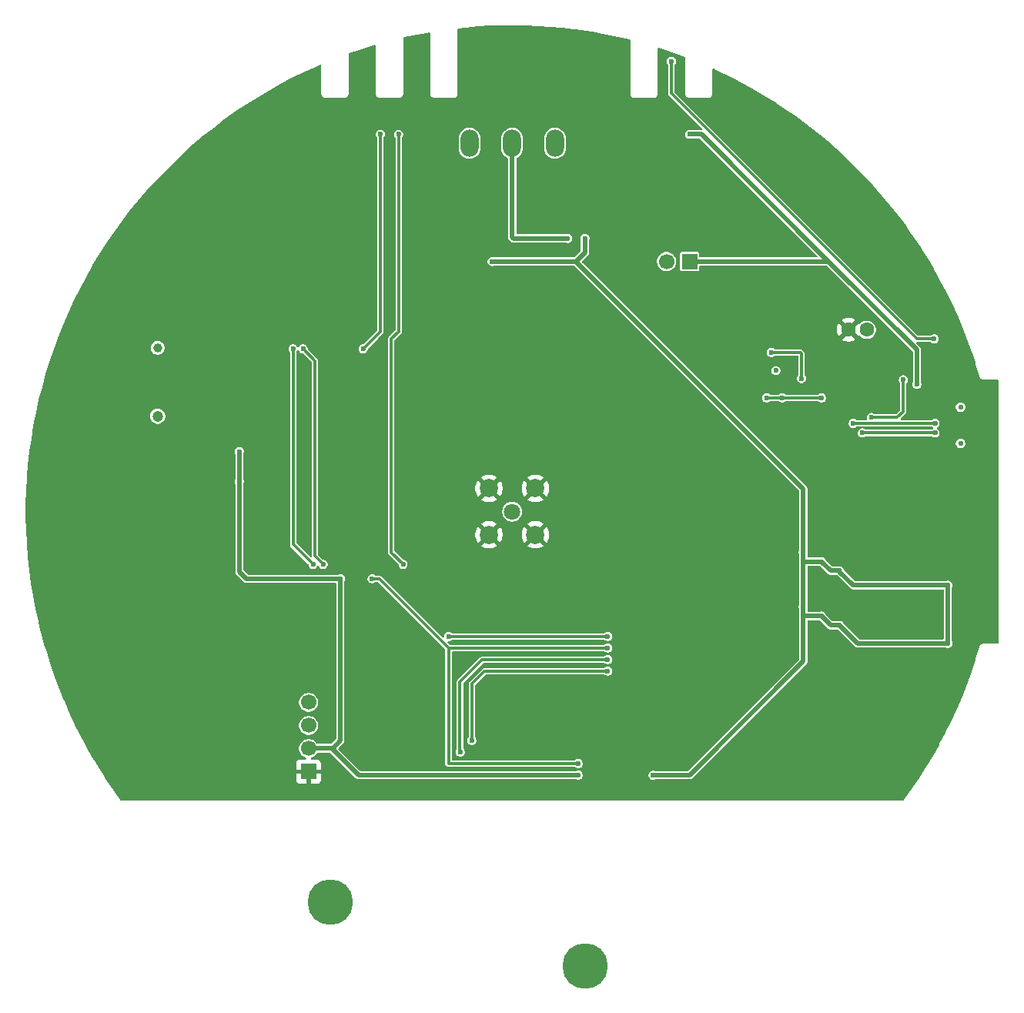
<source format=gbr>
%TF.GenerationSoftware,KiCad,Pcbnew,9.0.6-9.0.6~ubuntu24.04.1*%
%TF.CreationDate,2025-12-17T14:29:43+07:00*%
%TF.ProjectId,esp32s3-gnss-base-station,65737033-3273-4332-9d67-6e73732d6261,0.1*%
%TF.SameCoordinates,Original*%
%TF.FileFunction,Copper,L4,Bot*%
%TF.FilePolarity,Positive*%
%FSLAX46Y46*%
G04 Gerber Fmt 4.6, Leading zero omitted, Abs format (unit mm)*
G04 Created by KiCad (PCBNEW 9.0.6-9.0.6~ubuntu24.04.1) date 2025-12-17 14:29:43*
%MOMM*%
%LPD*%
G01*
G04 APERTURE LIST*
%TA.AperFunction,ComponentPad*%
%ADD10C,1.800000*%
%TD*%
%TA.AperFunction,ComponentPad*%
%ADD11C,2.000000*%
%TD*%
%TA.AperFunction,ComponentPad*%
%ADD12C,5.000000*%
%TD*%
%TA.AperFunction,ComponentPad*%
%ADD13C,1.000000*%
%TD*%
%TA.AperFunction,ComponentPad*%
%ADD14C,1.200000*%
%TD*%
%TA.AperFunction,HeatsinkPad*%
%ADD15C,0.600000*%
%TD*%
%TA.AperFunction,ComponentPad*%
%ADD16C,1.700000*%
%TD*%
%TA.AperFunction,ComponentPad*%
%ADD17R,1.700000X1.700000*%
%TD*%
%TA.AperFunction,ComponentPad*%
%ADD18C,0.550000*%
%TD*%
%TA.AperFunction,ComponentPad*%
%ADD19O,2.000000X3.000000*%
%TD*%
%TA.AperFunction,ComponentPad*%
%ADD20C,1.600000*%
%TD*%
%TA.AperFunction,ViaPad*%
%ADD21C,0.600000*%
%TD*%
%TA.AperFunction,Conductor*%
%ADD22C,0.500000*%
%TD*%
%TA.AperFunction,Conductor*%
%ADD23C,0.300000*%
%TD*%
G04 APERTURE END LIST*
D10*
%TO.P,U6,5*%
%TO.N,Net-(U2-RF_IN)*%
X100000000Y-100000000D03*
D11*
%TO.P,U6,4*%
%TO.N,GND*%
X102550000Y-102550000D03*
%TO.P,U6,3*%
X102550000Y-97450000D03*
%TO.P,U6,2*%
X97450000Y-97450000D03*
%TO.P,U6,1*%
X97450000Y-102550000D03*
%TD*%
D12*
%TO.P,H1,1,1*%
%TO.N,GND*%
X80000000Y-57000000D03*
%TD*%
%TO.P,H3,1,1*%
%TO.N,GND*%
X138000000Y-95000000D03*
%TD*%
D13*
%TO.P,B1,*%
%TO.N,*%
X61000000Y-82000000D03*
D14*
X61000000Y-89500000D03*
%TD*%
D12*
%TO.P,H6,1,1*%
%TO.N,GND*%
X54000000Y-100000000D03*
%TD*%
D15*
%TO.P,U1,41,GND*%
%TO.N,GND*%
X100500000Y-121500000D03*
X100500000Y-123500000D03*
X101500000Y-122500000D03*
X102500000Y-121500000D03*
X102500000Y-123500000D03*
%TD*%
D16*
%TO.P,J1,2,Pin_2*%
%TO.N,+BATT*%
X116960000Y-72500000D03*
D17*
%TO.P,J1,1,Pin_1*%
%TO.N,+5V*%
X119500000Y-72500000D03*
%TD*%
D12*
%TO.P,H2,1,1*%
%TO.N,GND*%
X108000000Y-50000000D03*
%TD*%
D16*
%TO.P,J2,4,Pin_4*%
%TO.N,SDA*%
X77600000Y-120990000D03*
%TO.P,J2,3,Pin_3*%
%TO.N,SCL*%
X77600000Y-123530000D03*
%TO.P,J2,2,Pin_2*%
%TO.N,+3V3*%
X77600000Y-126070000D03*
D17*
%TO.P,J2,1,Pin_1*%
%TO.N,GND*%
X77600000Y-128610000D03*
%TD*%
D12*
%TO.P,H5,1,1*%
%TO.N,GND*%
X80000000Y-143000000D03*
%TD*%
D18*
%TO.P,USB1,*%
%TO.N,*%
X149300000Y-88500000D03*
X149300000Y-92500000D03*
%TD*%
D12*
%TO.P,H4,1,1*%
%TO.N,GND*%
X108000000Y-150000000D03*
%TD*%
D19*
%TO.P,SW1,3,3*%
%TO.N,unconnected-(SW1-Pad3)*%
X95300000Y-59500000D03*
%TO.P,SW1,2,2*%
%TO.N,+BATT*%
X100000000Y-59500000D03*
%TO.P,SW1,1,1*%
%TO.N,Net-(U4-BAT)*%
X104700000Y-59500000D03*
%TD*%
D20*
%TO.P,CN1,2,2*%
%TO.N,GND*%
X137000000Y-80000000D03*
%TO.P,CN1,1,1*%
%TO.N,Net-(U4-BAT)*%
X139000000Y-80000000D03*
%TD*%
D21*
%TO.N,GND*%
X91500000Y-101000000D03*
X77250000Y-86600000D03*
X92500000Y-90000000D03*
X95500000Y-50500000D03*
X79350000Y-97100000D03*
X130050000Y-112250000D03*
X96500000Y-99000000D03*
X96500000Y-101000000D03*
X85650000Y-90800000D03*
X146500000Y-89200000D03*
X83500000Y-50500000D03*
X101000000Y-101000000D03*
X101000000Y-99000000D03*
X94000000Y-101000000D03*
X87750000Y-86600000D03*
X146720000Y-110270000D03*
X79350000Y-90800000D03*
X99000000Y-99000000D03*
X131000000Y-104500000D03*
X131000000Y-110500000D03*
X85650000Y-97100000D03*
X82500000Y-93950000D03*
X138000000Y-86000000D03*
X87750000Y-101300000D03*
X89500000Y-50500000D03*
X130700000Y-106250000D03*
X91500000Y-99000000D03*
X77250000Y-101300000D03*
X99000000Y-101000000D03*
X94000000Y-99000000D03*
%TO.N,+5V*%
X119500000Y-58500000D03*
X144500000Y-86000000D03*
%TO.N,+3V3*%
X115500000Y-129000000D03*
X132000000Y-104500000D03*
X70000000Y-96700000D03*
X147900000Y-108100000D03*
X107250000Y-128990000D03*
X108000000Y-69950000D03*
X70000000Y-93400000D03*
X136000000Y-106500000D03*
X147900000Y-114500000D03*
X134000000Y-111500000D03*
X97800000Y-72500000D03*
X81100000Y-107400000D03*
X132000000Y-110500000D03*
X134000000Y-105500000D03*
X136000000Y-112500000D03*
%TO.N,+BATT*%
X106100000Y-69950000D03*
%TO.N,Net-(U4-~{CHRG})*%
X146400000Y-81000000D03*
X117500000Y-50500000D03*
%TO.N,BOOT*%
X110500000Y-113750000D03*
X93015000Y-113750000D03*
X129000000Y-84500000D03*
%TO.N,COM_DTR*%
X128000000Y-87500000D03*
X134000000Y-87500000D03*
X129700000Y-87500000D03*
%TO.N,Net-(Q1-B1)*%
X131820000Y-85360000D03*
X128500000Y-82500000D03*
%TO.N,ENABLE*%
X84600000Y-107400000D03*
X110500000Y-115020000D03*
X107250000Y-127720000D03*
%TO.N,Net-(U3-VDD)*%
X139500000Y-89650000D03*
X143000000Y-85500000D03*
%TO.N,Net-(U2-RTK_STAT)*%
X85500000Y-58500000D03*
X83600000Y-82100000D03*
%TO.N,Net-(U2-TIMEPULSE)*%
X88000000Y-105800000D03*
X87500000Y-58500000D03*
%TO.N,COM_RX*%
X110500000Y-116290000D03*
X94285000Y-126450000D03*
%TO.N,COM_TX*%
X95555000Y-125180000D03*
X110500000Y-117560000D03*
%TO.N,RTCM_OUT*%
X78100000Y-105800000D03*
X75900000Y-82100000D03*
%TO.N,RTCM_IN*%
X79200000Y-105800000D03*
X77000000Y-82100000D03*
%TO.N,Net-(U3-D+)*%
X137500000Y-90300000D03*
X146500000Y-90300000D03*
%TO.N,Net-(U3-D-)*%
X138500000Y-91350000D03*
X146500000Y-91350000D03*
%TD*%
D22*
%TO.N,+5V*%
X119500000Y-72500000D02*
X134800000Y-72500000D01*
X120800000Y-58500000D02*
X134800000Y-72500000D01*
X119500000Y-58500000D02*
X120800000Y-58500000D01*
X144500000Y-82200000D02*
X144500000Y-86000000D01*
X134800000Y-72500000D02*
X144500000Y-82200000D01*
%TO.N,+3V3*%
X119500000Y-129000000D02*
X115500000Y-129000000D01*
X81100000Y-125200000D02*
X80300000Y-126000000D01*
X132000000Y-97500000D02*
X132000000Y-104500000D01*
X70000000Y-96700000D02*
X70000000Y-106650000D01*
X147900000Y-114500000D02*
X147900000Y-108100000D01*
X136000000Y-112500000D02*
X135000000Y-112500000D01*
X137500000Y-108100000D02*
X136000000Y-106600000D01*
X83090000Y-128990000D02*
X80170000Y-126070000D01*
X81100000Y-107400000D02*
X81100000Y-125200000D01*
X107250000Y-128990000D02*
X83090000Y-128990000D01*
X135000000Y-112500000D02*
X134000000Y-111500000D01*
X108000000Y-71500000D02*
X107000000Y-72500000D01*
X70750000Y-107400000D02*
X81100000Y-107400000D01*
X134000000Y-105500000D02*
X132000000Y-105500000D01*
X77670000Y-126000000D02*
X77600000Y-126070000D01*
X107000000Y-72500000D02*
X97800000Y-72500000D01*
X108000000Y-69950000D02*
X108000000Y-71500000D01*
X132000000Y-110500000D02*
X132000000Y-116500000D01*
X136000000Y-106600000D02*
X136000000Y-106500000D01*
X107000000Y-72500000D02*
X132000000Y-97500000D01*
X70000000Y-106650000D02*
X70750000Y-107400000D01*
X147900000Y-108100000D02*
X137500000Y-108100000D01*
X136000000Y-112500000D02*
X138000000Y-114500000D01*
X132000000Y-116500000D02*
X119500000Y-129000000D01*
X132000000Y-104500000D02*
X132000000Y-110500000D01*
X70000000Y-93400000D02*
X70000000Y-96700000D01*
X138000000Y-114500000D02*
X147900000Y-114500000D01*
X80300000Y-126000000D02*
X77670000Y-126000000D01*
X136000000Y-106500000D02*
X135000000Y-106500000D01*
X80170000Y-126070000D02*
X77600000Y-126070000D01*
X132000000Y-105500000D02*
X132000000Y-104500000D01*
X134000000Y-111500000D02*
X132000000Y-111500000D01*
X135000000Y-106500000D02*
X134000000Y-105500000D01*
%TO.N,+BATT*%
X106100000Y-69950000D02*
X100150000Y-69950000D01*
X100000000Y-59500000D02*
X100000000Y-67000000D01*
X100150000Y-69950000D02*
X100000000Y-69800000D01*
X100000000Y-69800000D02*
X100000000Y-67000000D01*
D23*
%TO.N,Net-(U4-~{CHRG})*%
X117500000Y-54000000D02*
X144500000Y-81000000D01*
X144500000Y-81000000D02*
X146400000Y-81000000D01*
X117500000Y-50500000D02*
X117500000Y-54000000D01*
%TO.N,BOOT*%
X93015000Y-113750000D02*
X110500000Y-113750000D01*
%TO.N,COM_DTR*%
X134000000Y-87500000D02*
X129700000Y-87500000D01*
X129700000Y-87500000D02*
X128000000Y-87500000D01*
%TO.N,Net-(Q1-B1)*%
X131700000Y-82500000D02*
X131820000Y-82620000D01*
X131820000Y-82620000D02*
X131820000Y-85360000D01*
X128500000Y-82500000D02*
X131700000Y-82500000D01*
%TO.N,ENABLE*%
X84600000Y-107400000D02*
X85400000Y-107400000D01*
X93000000Y-127720000D02*
X107250000Y-127720000D01*
X110500000Y-115020000D02*
X93020000Y-115020000D01*
X93020000Y-115020000D02*
X93000000Y-115000000D01*
X85400000Y-107400000D02*
X93000000Y-115000000D01*
X93000000Y-115250000D02*
X93000000Y-118900000D01*
X93000000Y-118900000D02*
X93000000Y-127720000D01*
X93000000Y-115000000D02*
X93000000Y-115250000D01*
%TO.N,Net-(U3-VDD)*%
X143000000Y-89000000D02*
X142350000Y-89650000D01*
X142350000Y-89650000D02*
X139500000Y-89650000D01*
X143000000Y-85500000D02*
X143000000Y-89000000D01*
%TO.N,Net-(U2-RTK_STAT)*%
X85500000Y-58500000D02*
X85500000Y-80200000D01*
X85500000Y-80200000D02*
X83600000Y-82100000D01*
%TO.N,Net-(U2-TIMEPULSE)*%
X87500000Y-80200000D02*
X86700000Y-81000000D01*
X86700000Y-104500000D02*
X88000000Y-105800000D01*
X86700000Y-81000000D02*
X86700000Y-104500000D01*
X87500000Y-58500000D02*
X87500000Y-80200000D01*
%TO.N,COM_RX*%
X94250000Y-126450000D02*
X94250000Y-118750000D01*
X94250000Y-118750000D02*
X96710000Y-116290000D01*
X96710000Y-116290000D02*
X110500000Y-116290000D01*
%TO.N,COM_TX*%
X95560000Y-125175000D02*
X95560000Y-118940000D01*
X96940000Y-117560000D02*
X110500000Y-117560000D01*
X95560000Y-118940000D02*
X96940000Y-117560000D01*
X95555000Y-125180000D02*
X95560000Y-125175000D01*
%TO.N,RTCM_OUT*%
X75900000Y-82100000D02*
X75900000Y-103600000D01*
X75900000Y-103600000D02*
X78100000Y-105800000D01*
%TO.N,RTCM_IN*%
X78300000Y-104900000D02*
X79200000Y-105800000D01*
X77000000Y-82100000D02*
X78300000Y-83400000D01*
X78300000Y-83400000D02*
X78300000Y-104900000D01*
%TO.N,Net-(U3-D+)*%
X137500000Y-90300000D02*
X146500000Y-90300000D01*
%TO.N,Net-(U3-D-)*%
X138500000Y-91350000D02*
X146500000Y-91350000D01*
%TD*%
%TA.AperFunction,Conductor*%
%TO.N,GND*%
G36*
X133776826Y-105956947D02*
G01*
X133790645Y-105958035D01*
X133796640Y-105960518D01*
X133806814Y-105966392D01*
X133818163Y-105969432D01*
X133824151Y-105971913D01*
X133856271Y-105993374D01*
X134723387Y-106860490D01*
X134723389Y-106860491D01*
X134790953Y-106899500D01*
X134790954Y-106899500D01*
X134826112Y-106919798D01*
X134826114Y-106919799D01*
X134940691Y-106950500D01*
X135672389Y-106950500D01*
X135730580Y-106969407D01*
X135742393Y-106979496D01*
X137223386Y-108460489D01*
X137282696Y-108494731D01*
X137326114Y-108519799D01*
X137440691Y-108550500D01*
X147350500Y-108550500D01*
X147408691Y-108569407D01*
X147444655Y-108618907D01*
X147449500Y-108649500D01*
X147449500Y-113950500D01*
X147430593Y-114008691D01*
X147381093Y-114044655D01*
X147350500Y-114049500D01*
X138227611Y-114049500D01*
X138169420Y-114030593D01*
X138157607Y-114020504D01*
X136493374Y-112356271D01*
X136467751Y-112311887D01*
X136466392Y-112306815D01*
X136466392Y-112306814D01*
X136400500Y-112192686D01*
X136307314Y-112099500D01*
X136307311Y-112099498D01*
X136307309Y-112099496D01*
X136193189Y-112033609D01*
X136193191Y-112033609D01*
X136143799Y-112020375D01*
X136065892Y-111999500D01*
X135934108Y-111999500D01*
X135855719Y-112020504D01*
X135806813Y-112033608D01*
X135802259Y-112036238D01*
X135752761Y-112049500D01*
X135227611Y-112049500D01*
X135169420Y-112030593D01*
X135157607Y-112020504D01*
X134493374Y-111356271D01*
X134467751Y-111311887D01*
X134466392Y-111306815D01*
X134466392Y-111306814D01*
X134400500Y-111192686D01*
X134307314Y-111099500D01*
X134307311Y-111099498D01*
X134307309Y-111099496D01*
X134193189Y-111033609D01*
X134193191Y-111033609D01*
X134143799Y-111020375D01*
X134065892Y-110999500D01*
X133934108Y-110999500D01*
X133849245Y-111022238D01*
X133806813Y-111033608D01*
X133802259Y-111036238D01*
X133752761Y-111049500D01*
X132549500Y-111049500D01*
X132491309Y-111030593D01*
X132455345Y-110981093D01*
X132450500Y-110950500D01*
X132450500Y-110747238D01*
X132463765Y-110697735D01*
X132466392Y-110693186D01*
X132500500Y-110565892D01*
X132500500Y-110434108D01*
X132466392Y-110306814D01*
X132463761Y-110302258D01*
X132450500Y-110252761D01*
X132450500Y-106049500D01*
X132469407Y-105991309D01*
X132518907Y-105955345D01*
X132549500Y-105950500D01*
X133752761Y-105950500D01*
X133776826Y-105956947D01*
G37*
%TD.AperFunction*%
%TA.AperFunction,Conductor*%
G36*
X76473296Y-82251102D02*
G01*
X76476425Y-82250965D01*
X76499556Y-82266263D01*
X76523571Y-82280129D01*
X76526393Y-82284013D01*
X76527458Y-82284718D01*
X76528045Y-82286287D01*
X76535736Y-82296873D01*
X76599496Y-82407309D01*
X76599498Y-82407311D01*
X76599500Y-82407314D01*
X76692686Y-82500500D01*
X76692688Y-82500501D01*
X76692690Y-82500503D01*
X76806810Y-82566390D01*
X76806808Y-82566390D01*
X76806812Y-82566391D01*
X76806814Y-82566392D01*
X76934108Y-82600500D01*
X76963810Y-82600500D01*
X77022001Y-82619407D01*
X77033814Y-82629496D01*
X77920504Y-83516186D01*
X77948281Y-83570703D01*
X77949500Y-83586190D01*
X77949500Y-104914810D01*
X77930593Y-104973001D01*
X77881093Y-105008965D01*
X77819907Y-105008965D01*
X77780496Y-104984814D01*
X76279496Y-103483814D01*
X76251719Y-103429297D01*
X76250500Y-103413810D01*
X76250500Y-82498321D01*
X76266927Y-82443707D01*
X76272435Y-82435378D01*
X76300500Y-82407314D01*
X76365765Y-82294270D01*
X76367427Y-82291759D01*
X76389123Y-82274488D01*
X76409733Y-82255932D01*
X76412848Y-82255604D01*
X76415299Y-82253654D01*
X76442997Y-82252435D01*
X76470583Y-82249536D01*
X76473296Y-82251102D01*
G37*
%TD.AperFunction*%
%TA.AperFunction,Conductor*%
G36*
X100203639Y-46500903D02*
G01*
X101532652Y-46522475D01*
X101535078Y-46522545D01*
X102863084Y-46577182D01*
X102865462Y-46577309D01*
X104191702Y-46664980D01*
X104194118Y-46665170D01*
X105517785Y-46785821D01*
X105520118Y-46786063D01*
X106748116Y-46928889D01*
X106840360Y-46939618D01*
X106842804Y-46939933D01*
X107028148Y-46966180D01*
X108158796Y-47126294D01*
X108161174Y-47126661D01*
X109378254Y-47330031D01*
X109472088Y-47345711D01*
X109474515Y-47346147D01*
X110779602Y-47597758D01*
X110781983Y-47598248D01*
X112080414Y-47882265D01*
X112082693Y-47882793D01*
X112924056Y-48088897D01*
X112976076Y-48121107D01*
X112999230Y-48177742D01*
X112999500Y-48185054D01*
X112999500Y-54065892D01*
X113029579Y-54178151D01*
X113033609Y-54193190D01*
X113099496Y-54307309D01*
X113099498Y-54307311D01*
X113099500Y-54307314D01*
X113192686Y-54400500D01*
X113192688Y-54400501D01*
X113192690Y-54400503D01*
X113306810Y-54466390D01*
X113306808Y-54466390D01*
X113306812Y-54466391D01*
X113306814Y-54466392D01*
X113434108Y-54500500D01*
X113434110Y-54500500D01*
X115565890Y-54500500D01*
X115565892Y-54500500D01*
X115693186Y-54466392D01*
X115693188Y-54466390D01*
X115693190Y-54466390D01*
X115807309Y-54400503D01*
X115807309Y-54400502D01*
X115807314Y-54400500D01*
X115900500Y-54307314D01*
X115928349Y-54259078D01*
X115966390Y-54193190D01*
X115966391Y-54193187D01*
X115966392Y-54193186D01*
X116000500Y-54065892D01*
X116000501Y-50434108D01*
X116999500Y-50434108D01*
X116999500Y-50565892D01*
X117029579Y-50678151D01*
X117033609Y-50693190D01*
X117099496Y-50807309D01*
X117099498Y-50807311D01*
X117099500Y-50807314D01*
X117120505Y-50828319D01*
X117148281Y-50882834D01*
X117149500Y-50898321D01*
X117149500Y-54046146D01*
X117154791Y-54065891D01*
X117154791Y-54065892D01*
X117154792Y-54065892D01*
X117154792Y-54065893D01*
X117173386Y-54135288D01*
X117219530Y-54215212D01*
X120884816Y-57880498D01*
X120912592Y-57935013D01*
X120903021Y-57995445D01*
X120859756Y-58038710D01*
X120814811Y-58049500D01*
X119747239Y-58049500D01*
X119697741Y-58036238D01*
X119693186Y-58033608D01*
X119565892Y-57999500D01*
X119434108Y-57999500D01*
X119356200Y-58020375D01*
X119306809Y-58033609D01*
X119192690Y-58099496D01*
X119099496Y-58192690D01*
X119033609Y-58306809D01*
X119033608Y-58306814D01*
X118999500Y-58434108D01*
X118999500Y-58565892D01*
X119025195Y-58661789D01*
X119033609Y-58693190D01*
X119099496Y-58807309D01*
X119099498Y-58807311D01*
X119099500Y-58807314D01*
X119192686Y-58900500D01*
X119192688Y-58900501D01*
X119192690Y-58900503D01*
X119306810Y-58966390D01*
X119306808Y-58966390D01*
X119306812Y-58966391D01*
X119306814Y-58966392D01*
X119434108Y-59000500D01*
X119434110Y-59000500D01*
X119565890Y-59000500D01*
X119565892Y-59000500D01*
X119693186Y-58966392D01*
X119697741Y-58963761D01*
X119747239Y-58950500D01*
X120572389Y-58950500D01*
X120630580Y-58969407D01*
X120642393Y-58979496D01*
X133543393Y-71880496D01*
X133571170Y-71935013D01*
X133561599Y-71995445D01*
X133518334Y-72038710D01*
X133473389Y-72049500D01*
X120649500Y-72049500D01*
X120591309Y-72030593D01*
X120555345Y-71981093D01*
X120550500Y-71950500D01*
X120550500Y-71630253D01*
X120550498Y-71630241D01*
X120543088Y-71592990D01*
X120538867Y-71571769D01*
X120494552Y-71505448D01*
X120494548Y-71505445D01*
X120428233Y-71461134D01*
X120428231Y-71461133D01*
X120428228Y-71461132D01*
X120428227Y-71461132D01*
X120369758Y-71449501D01*
X120369748Y-71449500D01*
X118630252Y-71449500D01*
X118630251Y-71449500D01*
X118630241Y-71449501D01*
X118571772Y-71461132D01*
X118571766Y-71461134D01*
X118505451Y-71505445D01*
X118505445Y-71505451D01*
X118461134Y-71571766D01*
X118461132Y-71571772D01*
X118449501Y-71630241D01*
X118449500Y-71630253D01*
X118449500Y-73369746D01*
X118449501Y-73369758D01*
X118461132Y-73428227D01*
X118461134Y-73428233D01*
X118497171Y-73482165D01*
X118505448Y-73494552D01*
X118571769Y-73538867D01*
X118616231Y-73547711D01*
X118630241Y-73550498D01*
X118630246Y-73550498D01*
X118630252Y-73550500D01*
X118630253Y-73550500D01*
X120369747Y-73550500D01*
X120369748Y-73550500D01*
X120428231Y-73538867D01*
X120494552Y-73494552D01*
X120538867Y-73428231D01*
X120550500Y-73369748D01*
X120550500Y-73049500D01*
X120569407Y-72991309D01*
X120618907Y-72955345D01*
X120649500Y-72950500D01*
X134572389Y-72950500D01*
X134630580Y-72969407D01*
X134642393Y-72979496D01*
X144020504Y-82357607D01*
X144048281Y-82412124D01*
X144049500Y-82427611D01*
X144049500Y-85752761D01*
X144036238Y-85802259D01*
X144033608Y-85806813D01*
X144028362Y-85826392D01*
X143999500Y-85934108D01*
X143999500Y-86065892D01*
X144029579Y-86178151D01*
X144033609Y-86193190D01*
X144099496Y-86307309D01*
X144099498Y-86307311D01*
X144099500Y-86307314D01*
X144192686Y-86400500D01*
X144192688Y-86400501D01*
X144192690Y-86400503D01*
X144306810Y-86466390D01*
X144306808Y-86466390D01*
X144306812Y-86466391D01*
X144306814Y-86466392D01*
X144434108Y-86500500D01*
X144434110Y-86500500D01*
X144565890Y-86500500D01*
X144565892Y-86500500D01*
X144693186Y-86466392D01*
X144693188Y-86466390D01*
X144693190Y-86466390D01*
X144807309Y-86400503D01*
X144807309Y-86400502D01*
X144807314Y-86400500D01*
X144900500Y-86307314D01*
X144966392Y-86193186D01*
X145000500Y-86065892D01*
X145000500Y-85934108D01*
X144966392Y-85806814D01*
X144963761Y-85802258D01*
X144950500Y-85752761D01*
X144950500Y-82140692D01*
X144950500Y-82140691D01*
X144919799Y-82026114D01*
X144860490Y-81923387D01*
X144456604Y-81519501D01*
X144428829Y-81464987D01*
X144438400Y-81404555D01*
X144481665Y-81361290D01*
X144526610Y-81350500D01*
X146001679Y-81350500D01*
X146059870Y-81369407D01*
X146071676Y-81379490D01*
X146092686Y-81400500D01*
X146092688Y-81400501D01*
X146092690Y-81400503D01*
X146206810Y-81466390D01*
X146206808Y-81466390D01*
X146206812Y-81466391D01*
X146206814Y-81466392D01*
X146334108Y-81500500D01*
X146334110Y-81500500D01*
X146465890Y-81500500D01*
X146465892Y-81500500D01*
X146593186Y-81466392D01*
X146593188Y-81466390D01*
X146593190Y-81466390D01*
X146707309Y-81400503D01*
X146707309Y-81400502D01*
X146707314Y-81400500D01*
X146800500Y-81307314D01*
X146804723Y-81300000D01*
X146866390Y-81193190D01*
X146866390Y-81193188D01*
X146866392Y-81193186D01*
X146900500Y-81065892D01*
X146900500Y-80934108D01*
X146866392Y-80806814D01*
X146866390Y-80806811D01*
X146866390Y-80806809D01*
X146800503Y-80692690D01*
X146800501Y-80692688D01*
X146800500Y-80692686D01*
X146707314Y-80599500D01*
X146707311Y-80599498D01*
X146707309Y-80599496D01*
X146593189Y-80533609D01*
X146593191Y-80533609D01*
X146543799Y-80520375D01*
X146465892Y-80499500D01*
X146334108Y-80499500D01*
X146256200Y-80520375D01*
X146206809Y-80533609D01*
X146092690Y-80599496D01*
X146092689Y-80599497D01*
X146092686Y-80599499D01*
X146092686Y-80599500D01*
X146071680Y-80620505D01*
X146017166Y-80648281D01*
X146001679Y-80649500D01*
X144686190Y-80649500D01*
X144627999Y-80630593D01*
X144616186Y-80620504D01*
X117879496Y-53883814D01*
X117851719Y-53829297D01*
X117850500Y-53813810D01*
X117850500Y-50898321D01*
X117869407Y-50840130D01*
X117879490Y-50828323D01*
X117900500Y-50807314D01*
X117900503Y-50807309D01*
X117966390Y-50693190D01*
X117966390Y-50693188D01*
X117966392Y-50693186D01*
X118000500Y-50565892D01*
X118000500Y-50434108D01*
X117966392Y-50306814D01*
X117966390Y-50306811D01*
X117966390Y-50306809D01*
X117900503Y-50192690D01*
X117900501Y-50192688D01*
X117900500Y-50192686D01*
X117807314Y-50099500D01*
X117807311Y-50099498D01*
X117807309Y-50099496D01*
X117693189Y-50033609D01*
X117693191Y-50033609D01*
X117643799Y-50020375D01*
X117565892Y-49999500D01*
X117434108Y-49999500D01*
X117356200Y-50020375D01*
X117306809Y-50033609D01*
X117192690Y-50099496D01*
X117099496Y-50192690D01*
X117033609Y-50306809D01*
X117033608Y-50306814D01*
X116999500Y-50434108D01*
X116000501Y-50434108D01*
X116000501Y-49086086D01*
X116019408Y-49027898D01*
X116068908Y-48991934D01*
X116128844Y-48991538D01*
X116274280Y-49036674D01*
X116355907Y-49062007D01*
X116357743Y-49062596D01*
X117350241Y-49392055D01*
X117351967Y-49392647D01*
X118255645Y-49712399D01*
X118337802Y-49741469D01*
X118339615Y-49742131D01*
X118935335Y-49966136D01*
X118983147Y-50004313D01*
X118999490Y-50058800D01*
X118999499Y-54065891D01*
X118999500Y-54065893D01*
X119033608Y-54193187D01*
X119071651Y-54259079D01*
X119071652Y-54259080D01*
X119099497Y-54307311D01*
X119099502Y-54307317D01*
X119192683Y-54400497D01*
X119192687Y-54400501D01*
X119240923Y-54428349D01*
X119306814Y-54466392D01*
X119434108Y-54500500D01*
X119434109Y-54500500D01*
X119434110Y-54500500D01*
X121565890Y-54500500D01*
X121565892Y-54500500D01*
X121693186Y-54466392D01*
X121693188Y-54466390D01*
X121693190Y-54466390D01*
X121807309Y-54400503D01*
X121807309Y-54400502D01*
X121807314Y-54400500D01*
X121900500Y-54307314D01*
X121928349Y-54259078D01*
X121966390Y-54193190D01*
X121966391Y-54193187D01*
X121966392Y-54193186D01*
X122000500Y-54065892D01*
X122000499Y-51391762D01*
X122019406Y-51333572D01*
X122068906Y-51297608D01*
X122130092Y-51297608D01*
X122140114Y-51301478D01*
X122600266Y-51508532D01*
X122602587Y-51509614D01*
X123884865Y-52128218D01*
X123887216Y-52129390D01*
X124504509Y-52447745D01*
X125152569Y-52781967D01*
X125154889Y-52783203D01*
X126402416Y-53469292D01*
X126404610Y-53470537D01*
X127633419Y-54189647D01*
X127635615Y-54190971D01*
X128078713Y-54466390D01*
X128844784Y-54942562D01*
X128847007Y-54943985D01*
X129277022Y-55227438D01*
X130035715Y-55727546D01*
X130037843Y-55728990D01*
X131205232Y-56543955D01*
X131207364Y-56545487D01*
X132352605Y-57391277D01*
X132354663Y-57392840D01*
X133476972Y-58268876D01*
X133478992Y-58270497D01*
X134577553Y-59176144D01*
X134579515Y-59177806D01*
X134657535Y-59245698D01*
X135653517Y-60112395D01*
X135655485Y-60114154D01*
X136704182Y-61077034D01*
X136706102Y-61078845D01*
X137728738Y-62069318D01*
X137730610Y-62071180D01*
X138726477Y-63088563D01*
X138728298Y-63090473D01*
X139696728Y-64134082D01*
X139698497Y-64136041D01*
X140638714Y-65205041D01*
X140640430Y-65207045D01*
X141551847Y-66300766D01*
X141553510Y-66302817D01*
X142410023Y-67388231D01*
X142435426Y-67420422D01*
X142437017Y-67422494D01*
X143288877Y-68563277D01*
X143290390Y-68565361D01*
X143789492Y-69272300D01*
X144111498Y-69728397D01*
X144112992Y-69730573D01*
X144902828Y-70915119D01*
X144904262Y-70917334D01*
X145127568Y-71272389D01*
X145615552Y-72048281D01*
X145662195Y-72122442D01*
X145663564Y-72124685D01*
X146369203Y-73315977D01*
X146389153Y-73349656D01*
X146390451Y-73351918D01*
X146642046Y-73803722D01*
X147083086Y-74595724D01*
X147084340Y-74598047D01*
X147743602Y-75859935D01*
X147744768Y-75862242D01*
X148370145Y-77141229D01*
X148371272Y-77143615D01*
X148962328Y-78438815D01*
X148963392Y-78441231D01*
X149519706Y-79751717D01*
X149520705Y-79754160D01*
X150041894Y-81079031D01*
X150042827Y-81081500D01*
X150528504Y-82419768D01*
X150529371Y-82422261D01*
X150647946Y-82778317D01*
X150911829Y-83570703D01*
X150979192Y-83772978D01*
X150979993Y-83775493D01*
X151392718Y-85134666D01*
X151393074Y-85135864D01*
X151393361Y-85136855D01*
X151408456Y-85193190D01*
X151410942Y-85197496D01*
X151412335Y-85202301D01*
X151412347Y-85202328D01*
X151443360Y-85253683D01*
X151444316Y-85255301D01*
X151474348Y-85307318D01*
X151474349Y-85307319D01*
X151474351Y-85307322D01*
X151477358Y-85311242D01*
X151480471Y-85315138D01*
X151523728Y-85356724D01*
X151524427Y-85357396D01*
X151567535Y-85400503D01*
X151571862Y-85403001D01*
X151575473Y-85406472D01*
X151575475Y-85406474D01*
X151608888Y-85424896D01*
X151628031Y-85435452D01*
X151629687Y-85436386D01*
X151681661Y-85466394D01*
X151686210Y-85468278D01*
X151690873Y-85470103D01*
X151690878Y-85470106D01*
X151749208Y-85484511D01*
X151750930Y-85484954D01*
X151808957Y-85500503D01*
X151808963Y-85500502D01*
X151813916Y-85501154D01*
X151818810Y-85501701D01*
X151818818Y-85501703D01*
X151878935Y-85500518D01*
X151880679Y-85500501D01*
X153400500Y-85500500D01*
X153458691Y-85519407D01*
X153494655Y-85568907D01*
X153499500Y-85599500D01*
X153499500Y-114400497D01*
X153480593Y-114458688D01*
X153431093Y-114494652D01*
X153400500Y-114499497D01*
X151880834Y-114499494D01*
X151879852Y-114499494D01*
X151818816Y-114498293D01*
X151813952Y-114499494D01*
X151808957Y-114499494D01*
X151808955Y-114499494D01*
X151751049Y-114515009D01*
X151749165Y-114515494D01*
X151690877Y-114529889D01*
X151686290Y-114531683D01*
X151681663Y-114533600D01*
X151629756Y-114563568D01*
X151628063Y-114564523D01*
X151575473Y-114593522D01*
X151571541Y-114596418D01*
X151567535Y-114599492D01*
X151525190Y-114641836D01*
X151523802Y-114643197D01*
X151480470Y-114684857D01*
X151477441Y-114688648D01*
X151474349Y-114692677D01*
X151444415Y-114744523D01*
X151443427Y-114746197D01*
X151412346Y-114797665D01*
X151410383Y-114802151D01*
X151408457Y-114806804D01*
X151393649Y-114862066D01*
X151392745Y-114865229D01*
X150972492Y-116248040D01*
X150971677Y-116250599D01*
X150513067Y-117624527D01*
X150512182Y-117627062D01*
X150016497Y-118987991D01*
X150015544Y-118990501D01*
X149483128Y-120337499D01*
X149482107Y-120339983D01*
X148913352Y-121672051D01*
X148912264Y-121674506D01*
X148307593Y-122990658D01*
X148306439Y-122993083D01*
X147666309Y-124292321D01*
X147665090Y-124294713D01*
X147233376Y-125114108D01*
X147003982Y-125549500D01*
X146989930Y-125576170D01*
X146988656Y-125578509D01*
X146940372Y-125664419D01*
X146279007Y-126841149D01*
X146277660Y-126843472D01*
X145534023Y-128086412D01*
X145532613Y-128088697D01*
X144755543Y-129311008D01*
X144754072Y-129313255D01*
X143944125Y-130514060D01*
X143942593Y-130516265D01*
X143100412Y-131694610D01*
X143098821Y-131696774D01*
X143050438Y-131760729D01*
X143000252Y-131795729D01*
X142971486Y-131800000D01*
X124091007Y-131800000D01*
X124032816Y-131781093D01*
X124021003Y-131771004D01*
X124000000Y-131750001D01*
X124000000Y-131750000D01*
X76000000Y-131750000D01*
X76000000Y-131750001D01*
X75978997Y-131771004D01*
X75924480Y-131798781D01*
X75908993Y-131800000D01*
X57027537Y-131800000D01*
X56969346Y-131781093D01*
X56947099Y-131758713D01*
X56901106Y-131694610D01*
X56113254Y-130596528D01*
X56111783Y-130594418D01*
X55299600Y-129395037D01*
X55298151Y-129392833D01*
X55005342Y-128934108D01*
X54518830Y-128171920D01*
X54517426Y-128169653D01*
X54502059Y-128144075D01*
X54131221Y-127526809D01*
X53771516Y-126928074D01*
X53770165Y-126925754D01*
X53265783Y-126032164D01*
X53058202Y-125664403D01*
X53056923Y-125662063D01*
X52964444Y-125487314D01*
X52379442Y-124381886D01*
X52378218Y-124379496D01*
X51925860Y-123465588D01*
X51906528Y-123426532D01*
X76549500Y-123426532D01*
X76549500Y-123633467D01*
X76589869Y-123836418D01*
X76669058Y-124027597D01*
X76784020Y-124199651D01*
X76784023Y-124199655D01*
X76930345Y-124345977D01*
X77102402Y-124460941D01*
X77293580Y-124540130D01*
X77496535Y-124580500D01*
X77496536Y-124580500D01*
X77703464Y-124580500D01*
X77703465Y-124580500D01*
X77906420Y-124540130D01*
X78097598Y-124460941D01*
X78269655Y-124345977D01*
X78415977Y-124199655D01*
X78530941Y-124027598D01*
X78610130Y-123836420D01*
X78650500Y-123633465D01*
X78650500Y-123426535D01*
X78610130Y-123223580D01*
X78530941Y-123032402D01*
X78415977Y-122860345D01*
X78269655Y-122714023D01*
X78269651Y-122714020D01*
X78097597Y-122599058D01*
X77906418Y-122519869D01*
X77703467Y-122479500D01*
X77703465Y-122479500D01*
X77496535Y-122479500D01*
X77496532Y-122479500D01*
X77293581Y-122519869D01*
X77102402Y-122599058D01*
X76930348Y-122714020D01*
X76784020Y-122860348D01*
X76669058Y-123032402D01*
X76589869Y-123223581D01*
X76549500Y-123426532D01*
X51906528Y-123426532D01*
X51806073Y-123223580D01*
X51735668Y-123081340D01*
X51734542Y-123078984D01*
X51127455Y-121763923D01*
X51126375Y-121761498D01*
X51088518Y-121673281D01*
X50750897Y-120886532D01*
X76549500Y-120886532D01*
X76549500Y-121093467D01*
X76589869Y-121296418D01*
X76669058Y-121487597D01*
X76669059Y-121487598D01*
X76784023Y-121659655D01*
X76930345Y-121805977D01*
X77102402Y-121920941D01*
X77293580Y-122000130D01*
X77496535Y-122040500D01*
X77496536Y-122040500D01*
X77703464Y-122040500D01*
X77703465Y-122040500D01*
X77906420Y-122000130D01*
X78097598Y-121920941D01*
X78269655Y-121805977D01*
X78415977Y-121659655D01*
X78530941Y-121487598D01*
X78610130Y-121296420D01*
X78650500Y-121093465D01*
X78650500Y-120886535D01*
X78610130Y-120683580D01*
X78530941Y-120492402D01*
X78415977Y-120320345D01*
X78269655Y-120174023D01*
X78097598Y-120059059D01*
X78097599Y-120059059D01*
X78097597Y-120059058D01*
X77906418Y-119979869D01*
X77703467Y-119939500D01*
X77703465Y-119939500D01*
X77496535Y-119939500D01*
X77496532Y-119939500D01*
X77293581Y-119979869D01*
X77102402Y-120059058D01*
X76930348Y-120174020D01*
X76784020Y-120320348D01*
X76669058Y-120492402D01*
X76589869Y-120683581D01*
X76549500Y-120886532D01*
X50750897Y-120886532D01*
X50555170Y-120430436D01*
X50554152Y-120427972D01*
X50518696Y-120338748D01*
X50036853Y-119126190D01*
X50019276Y-119081957D01*
X50018318Y-119079448D01*
X49935684Y-118853856D01*
X49520114Y-117719344D01*
X49519261Y-117716913D01*
X49058136Y-116343820D01*
X49057316Y-116341263D01*
X48709371Y-115203856D01*
X48633621Y-114956238D01*
X48632872Y-114953665D01*
X48618173Y-114900503D01*
X48246883Y-113557612D01*
X48246204Y-113555016D01*
X48104116Y-112980918D01*
X47898227Y-112149040D01*
X47897621Y-112146440D01*
X47872923Y-112033609D01*
X47587890Y-110731481D01*
X47587375Y-110728968D01*
X47316124Y-109306083D01*
X47315663Y-109303471D01*
X47083109Y-107873800D01*
X47082729Y-107871248D01*
X46889031Y-106435762D01*
X46888719Y-106433184D01*
X46734026Y-104992995D01*
X46733777Y-104990324D01*
X46730589Y-104950500D01*
X46618205Y-103546538D01*
X46618029Y-103543885D01*
X46611979Y-103429297D01*
X46541654Y-102097456D01*
X46541551Y-102094802D01*
X46537318Y-101929669D01*
X46504434Y-100646831D01*
X46504402Y-100644289D01*
X46506569Y-99195771D01*
X46506610Y-99193088D01*
X46507540Y-99160586D01*
X46548057Y-97745284D01*
X46548169Y-97742626D01*
X46551296Y-97686603D01*
X46628869Y-96296440D01*
X46629054Y-96293782D01*
X46639577Y-96167088D01*
X46748945Y-94850327D01*
X46749196Y-94847735D01*
X46908201Y-93407968D01*
X46908517Y-93405418D01*
X46918357Y-93334108D01*
X69499500Y-93334108D01*
X69499500Y-93465892D01*
X69533608Y-93593186D01*
X69536234Y-93597735D01*
X69549500Y-93647238D01*
X69549500Y-96452761D01*
X69536238Y-96502259D01*
X69533608Y-96506813D01*
X69533608Y-96506814D01*
X69499500Y-96634108D01*
X69499500Y-96765892D01*
X69533608Y-96893186D01*
X69536234Y-96897735D01*
X69549500Y-96947238D01*
X69549500Y-106709309D01*
X69573713Y-106799673D01*
X69573712Y-106799673D01*
X69580200Y-106823886D01*
X69580202Y-106823890D01*
X69639507Y-106926609D01*
X69639509Y-106926611D01*
X69639511Y-106926614D01*
X70473386Y-107760489D01*
X70473388Y-107760490D01*
X70473390Y-107760492D01*
X70576107Y-107819796D01*
X70576109Y-107819797D01*
X70576113Y-107819799D01*
X70600322Y-107826284D01*
X70600325Y-107826287D01*
X70600326Y-107826286D01*
X70690688Y-107850499D01*
X70690690Y-107850500D01*
X70690691Y-107850500D01*
X80550500Y-107850500D01*
X80608691Y-107869407D01*
X80644655Y-107918907D01*
X80649500Y-107949500D01*
X80649500Y-124972388D01*
X80630593Y-125030579D01*
X80620504Y-125042391D01*
X80142393Y-125520503D01*
X80087876Y-125548281D01*
X80072389Y-125549500D01*
X78568555Y-125549500D01*
X78510364Y-125530593D01*
X78486239Y-125505501D01*
X78415979Y-125400348D01*
X78415977Y-125400345D01*
X78269655Y-125254023D01*
X78269651Y-125254020D01*
X78097597Y-125139058D01*
X77906418Y-125059869D01*
X77703467Y-125019500D01*
X77703465Y-125019500D01*
X77496535Y-125019500D01*
X77496532Y-125019500D01*
X77293581Y-125059869D01*
X77102402Y-125139058D01*
X76930348Y-125254020D01*
X76784020Y-125400348D01*
X76669058Y-125572402D01*
X76589869Y-125763581D01*
X76549500Y-125966532D01*
X76549500Y-126173467D01*
X76589869Y-126376418D01*
X76669058Y-126567597D01*
X76784020Y-126739651D01*
X76784023Y-126739655D01*
X76930345Y-126885977D01*
X77102402Y-127000941D01*
X77268005Y-127069536D01*
X77314530Y-127109273D01*
X77328814Y-127168767D01*
X77305399Y-127225295D01*
X77253230Y-127257265D01*
X77230119Y-127260000D01*
X76702176Y-127260000D01*
X76642629Y-127266401D01*
X76642618Y-127266403D01*
X76507911Y-127316646D01*
X76507909Y-127316647D01*
X76392815Y-127402807D01*
X76392807Y-127402815D01*
X76306647Y-127517909D01*
X76306646Y-127517911D01*
X76256403Y-127652618D01*
X76256401Y-127652629D01*
X76250000Y-127712175D01*
X76250000Y-128359999D01*
X76250001Y-128360000D01*
X77166988Y-128360000D01*
X77134075Y-128417007D01*
X77100000Y-128544174D01*
X77100000Y-128675826D01*
X77134075Y-128802993D01*
X77166988Y-128860000D01*
X76250001Y-128860000D01*
X76250000Y-128860001D01*
X76250000Y-129507824D01*
X76249999Y-129507824D01*
X76256401Y-129567370D01*
X76256403Y-129567381D01*
X76306646Y-129702088D01*
X76306647Y-129702090D01*
X76392807Y-129817184D01*
X76392815Y-129817192D01*
X76507909Y-129903352D01*
X76507911Y-129903353D01*
X76642618Y-129953596D01*
X76642629Y-129953598D01*
X76702176Y-129960000D01*
X77349999Y-129960000D01*
X77350000Y-129959999D01*
X77350000Y-129043012D01*
X77407007Y-129075925D01*
X77534174Y-129110000D01*
X77665826Y-129110000D01*
X77792993Y-129075925D01*
X77850000Y-129043012D01*
X77850000Y-129959999D01*
X77850001Y-129960000D01*
X78497824Y-129960000D01*
X78557370Y-129953598D01*
X78557381Y-129953596D01*
X78692088Y-129903353D01*
X78692090Y-129903352D01*
X78807184Y-129817192D01*
X78807192Y-129817184D01*
X78893352Y-129702090D01*
X78893353Y-129702088D01*
X78943596Y-129567381D01*
X78943598Y-129567370D01*
X78950000Y-129507824D01*
X78950000Y-128860001D01*
X78949999Y-128860000D01*
X78033012Y-128860000D01*
X78065925Y-128802993D01*
X78100000Y-128675826D01*
X78100000Y-128544174D01*
X78065925Y-128417007D01*
X78033012Y-128360000D01*
X78949999Y-128360000D01*
X78950000Y-128359999D01*
X78950000Y-127712175D01*
X78943598Y-127652629D01*
X78943596Y-127652618D01*
X78893353Y-127517911D01*
X78893352Y-127517909D01*
X78807192Y-127402815D01*
X78807184Y-127402807D01*
X78692090Y-127316647D01*
X78692088Y-127316646D01*
X78557381Y-127266403D01*
X78557370Y-127266401D01*
X78497824Y-127260000D01*
X77969881Y-127260000D01*
X77911690Y-127241093D01*
X77875726Y-127191593D01*
X77875726Y-127130407D01*
X77911690Y-127080907D01*
X77931992Y-127069537D01*
X78097598Y-127000941D01*
X78269655Y-126885977D01*
X78415977Y-126739655D01*
X78530941Y-126567598D01*
X78533012Y-126564499D01*
X78581062Y-126526619D01*
X78615328Y-126520500D01*
X79942389Y-126520500D01*
X80000580Y-126539407D01*
X80012392Y-126549495D01*
X82813386Y-129350490D01*
X82916114Y-129409799D01*
X83030691Y-129440500D01*
X107002761Y-129440500D01*
X107052258Y-129453761D01*
X107056814Y-129456392D01*
X107184108Y-129490500D01*
X107184110Y-129490500D01*
X107315890Y-129490500D01*
X107315892Y-129490500D01*
X107443186Y-129456392D01*
X107443188Y-129456390D01*
X107443190Y-129456390D01*
X107557309Y-129390503D01*
X107557309Y-129390502D01*
X107557314Y-129390500D01*
X107650500Y-129297314D01*
X107710616Y-129193190D01*
X107716390Y-129183190D01*
X107716390Y-129183188D01*
X107716392Y-129183186D01*
X107750500Y-129055892D01*
X107750500Y-128924108D01*
X107716392Y-128796814D01*
X107716390Y-128796811D01*
X107716390Y-128796809D01*
X107650503Y-128682690D01*
X107650501Y-128682688D01*
X107650500Y-128682686D01*
X107557314Y-128589500D01*
X107557311Y-128589498D01*
X107557309Y-128589496D01*
X107443189Y-128523609D01*
X107443191Y-128523609D01*
X107393799Y-128510375D01*
X107315892Y-128489500D01*
X107184108Y-128489500D01*
X107105719Y-128510504D01*
X107056813Y-128523608D01*
X107052259Y-128526238D01*
X107002761Y-128539500D01*
X83317612Y-128539500D01*
X83259421Y-128520593D01*
X83247608Y-128510504D01*
X80907107Y-126170003D01*
X80879330Y-126115486D01*
X80888901Y-126055054D01*
X80907104Y-126029999D01*
X81460490Y-125476614D01*
X81519799Y-125373887D01*
X81530329Y-125334587D01*
X81550500Y-125259309D01*
X81550500Y-107647238D01*
X81563765Y-107597735D01*
X81566392Y-107593186D01*
X81600500Y-107465892D01*
X81600500Y-107334108D01*
X84099500Y-107334108D01*
X84099500Y-107465892D01*
X84129579Y-107578151D01*
X84133609Y-107593190D01*
X84199496Y-107707309D01*
X84199498Y-107707311D01*
X84199500Y-107707314D01*
X84292686Y-107800500D01*
X84292688Y-107800501D01*
X84292690Y-107800503D01*
X84406810Y-107866390D01*
X84406808Y-107866390D01*
X84406812Y-107866391D01*
X84406814Y-107866392D01*
X84534108Y-107900500D01*
X84534110Y-107900500D01*
X84665890Y-107900500D01*
X84665892Y-107900500D01*
X84793186Y-107866392D01*
X84793188Y-107866390D01*
X84793190Y-107866390D01*
X84907309Y-107800503D01*
X84907309Y-107800502D01*
X84907314Y-107800500D01*
X84928319Y-107779494D01*
X84982834Y-107751719D01*
X84998321Y-107750500D01*
X85213810Y-107750500D01*
X85272001Y-107769407D01*
X85283814Y-107779496D01*
X92620504Y-115116186D01*
X92648281Y-115170703D01*
X92649500Y-115186190D01*
X92649500Y-115203856D01*
X92649500Y-118853856D01*
X92649500Y-127766144D01*
X92673386Y-127855288D01*
X92673387Y-127855290D01*
X92701254Y-127903557D01*
X92719531Y-127935212D01*
X92784788Y-128000469D01*
X92864712Y-128046614D01*
X92953856Y-128070500D01*
X93046144Y-128070500D01*
X106851679Y-128070500D01*
X106909870Y-128089407D01*
X106921676Y-128099490D01*
X106942686Y-128120500D01*
X106942688Y-128120501D01*
X106942690Y-128120503D01*
X107056810Y-128186390D01*
X107056808Y-128186390D01*
X107056812Y-128186391D01*
X107056814Y-128186392D01*
X107184108Y-128220500D01*
X107184110Y-128220500D01*
X107315890Y-128220500D01*
X107315892Y-128220500D01*
X107443186Y-128186392D01*
X107443188Y-128186390D01*
X107443190Y-128186390D01*
X107557309Y-128120503D01*
X107557309Y-128120502D01*
X107557314Y-128120500D01*
X107650500Y-128027314D01*
X107650503Y-128027309D01*
X107716390Y-127913190D01*
X107716390Y-127913188D01*
X107716392Y-127913186D01*
X107750500Y-127785892D01*
X107750500Y-127654108D01*
X107716392Y-127526814D01*
X107716390Y-127526811D01*
X107716390Y-127526809D01*
X107650503Y-127412690D01*
X107650501Y-127412688D01*
X107650500Y-127412686D01*
X107557314Y-127319500D01*
X107557311Y-127319498D01*
X107557309Y-127319496D01*
X107443189Y-127253609D01*
X107443191Y-127253609D01*
X107393799Y-127240375D01*
X107315892Y-127219500D01*
X107184108Y-127219500D01*
X107106200Y-127240375D01*
X107056809Y-127253609D01*
X106942690Y-127319496D01*
X106942689Y-127319497D01*
X106942686Y-127319499D01*
X106942686Y-127319500D01*
X106921680Y-127340505D01*
X106867166Y-127368281D01*
X106851679Y-127369500D01*
X93449500Y-127369500D01*
X93391309Y-127350593D01*
X93355345Y-127301093D01*
X93350500Y-127270500D01*
X93350500Y-126384108D01*
X93784500Y-126384108D01*
X93784500Y-126515892D01*
X93814579Y-126628151D01*
X93818609Y-126643190D01*
X93884496Y-126757309D01*
X93884498Y-126757311D01*
X93884500Y-126757314D01*
X93977686Y-126850500D01*
X93977688Y-126850501D01*
X93977690Y-126850503D01*
X94091810Y-126916390D01*
X94091808Y-126916390D01*
X94091812Y-126916391D01*
X94091814Y-126916392D01*
X94219108Y-126950500D01*
X94219110Y-126950500D01*
X94350890Y-126950500D01*
X94350892Y-126950500D01*
X94478186Y-126916392D01*
X94478188Y-126916390D01*
X94478190Y-126916390D01*
X94592309Y-126850503D01*
X94592309Y-126850502D01*
X94592314Y-126850500D01*
X94685500Y-126757314D01*
X94685503Y-126757309D01*
X94751390Y-126643190D01*
X94751390Y-126643188D01*
X94751392Y-126643186D01*
X94785500Y-126515892D01*
X94785500Y-126384108D01*
X94751392Y-126256814D01*
X94751390Y-126256811D01*
X94751390Y-126256809D01*
X94685503Y-126142690D01*
X94685499Y-126142685D01*
X94629496Y-126086681D01*
X94601719Y-126032164D01*
X94600500Y-126016678D01*
X94600500Y-125114108D01*
X95054500Y-125114108D01*
X95054500Y-125245892D01*
X95078266Y-125334587D01*
X95088609Y-125373190D01*
X95154496Y-125487309D01*
X95154498Y-125487311D01*
X95154500Y-125487314D01*
X95247686Y-125580500D01*
X95247688Y-125580501D01*
X95247690Y-125580503D01*
X95361810Y-125646390D01*
X95361808Y-125646390D01*
X95361812Y-125646391D01*
X95361814Y-125646392D01*
X95489108Y-125680500D01*
X95489110Y-125680500D01*
X95620890Y-125680500D01*
X95620892Y-125680500D01*
X95748186Y-125646392D01*
X95748188Y-125646390D01*
X95748190Y-125646390D01*
X95862309Y-125580503D01*
X95862309Y-125580502D01*
X95862314Y-125580500D01*
X95955500Y-125487314D01*
X96005712Y-125400345D01*
X96021390Y-125373190D01*
X96021390Y-125373188D01*
X96021392Y-125373186D01*
X96055500Y-125245892D01*
X96055500Y-125114108D01*
X96021392Y-124986814D01*
X96021390Y-124986811D01*
X96021390Y-124986809D01*
X95955503Y-124872690D01*
X95955498Y-124872684D01*
X95939495Y-124856680D01*
X95911718Y-124802163D01*
X95910500Y-124786678D01*
X95910500Y-119126190D01*
X95929407Y-119067999D01*
X95939496Y-119056186D01*
X97056186Y-117939496D01*
X97110703Y-117911719D01*
X97126190Y-117910500D01*
X110101679Y-117910500D01*
X110159870Y-117929407D01*
X110171676Y-117939490D01*
X110192686Y-117960500D01*
X110192688Y-117960501D01*
X110192690Y-117960503D01*
X110306810Y-118026390D01*
X110306808Y-118026390D01*
X110306812Y-118026391D01*
X110306814Y-118026392D01*
X110434108Y-118060500D01*
X110434110Y-118060500D01*
X110565890Y-118060500D01*
X110565892Y-118060500D01*
X110693186Y-118026392D01*
X110693188Y-118026390D01*
X110693190Y-118026390D01*
X110807309Y-117960503D01*
X110807309Y-117960502D01*
X110807314Y-117960500D01*
X110900500Y-117867314D01*
X110966392Y-117753186D01*
X111000500Y-117625892D01*
X111000500Y-117494108D01*
X110966392Y-117366814D01*
X110966390Y-117366811D01*
X110966390Y-117366809D01*
X110900503Y-117252690D01*
X110900501Y-117252688D01*
X110900500Y-117252686D01*
X110807314Y-117159500D01*
X110807311Y-117159498D01*
X110807309Y-117159496D01*
X110693189Y-117093609D01*
X110693191Y-117093609D01*
X110643799Y-117080375D01*
X110565892Y-117059500D01*
X110434108Y-117059500D01*
X110356200Y-117080375D01*
X110306809Y-117093609D01*
X110192690Y-117159496D01*
X110192689Y-117159497D01*
X110192686Y-117159499D01*
X110192686Y-117159500D01*
X110171680Y-117180505D01*
X110117166Y-117208281D01*
X110101679Y-117209500D01*
X96893856Y-117209500D01*
X96804712Y-117233386D01*
X96724788Y-117279530D01*
X95279529Y-118724789D01*
X95256479Y-118764711D01*
X95256480Y-118764712D01*
X95233386Y-118804710D01*
X95209500Y-118893857D01*
X95209500Y-124776678D01*
X95190593Y-124834869D01*
X95180505Y-124846680D01*
X95154501Y-124872684D01*
X95154496Y-124872690D01*
X95088609Y-124986809D01*
X95088608Y-124986814D01*
X95054500Y-125114108D01*
X94600500Y-125114108D01*
X94600500Y-118936189D01*
X94619407Y-118877998D01*
X94629496Y-118866185D01*
X96826185Y-116669496D01*
X96880702Y-116641719D01*
X96896189Y-116640500D01*
X110101679Y-116640500D01*
X110159870Y-116659407D01*
X110171676Y-116669490D01*
X110192686Y-116690500D01*
X110192688Y-116690501D01*
X110192690Y-116690503D01*
X110306810Y-116756390D01*
X110306808Y-116756390D01*
X110306812Y-116756391D01*
X110306814Y-116756392D01*
X110434108Y-116790500D01*
X110434110Y-116790500D01*
X110565890Y-116790500D01*
X110565892Y-116790500D01*
X110693186Y-116756392D01*
X110693188Y-116756390D01*
X110693190Y-116756390D01*
X110807309Y-116690503D01*
X110807309Y-116690502D01*
X110807314Y-116690500D01*
X110900500Y-116597314D01*
X110966392Y-116483186D01*
X111000500Y-116355892D01*
X111000500Y-116224108D01*
X110966392Y-116096814D01*
X110966390Y-116096811D01*
X110966390Y-116096809D01*
X110900503Y-115982690D01*
X110900501Y-115982688D01*
X110900500Y-115982686D01*
X110807314Y-115889500D01*
X110807311Y-115889498D01*
X110807309Y-115889496D01*
X110693189Y-115823609D01*
X110693191Y-115823609D01*
X110643799Y-115810375D01*
X110565892Y-115789500D01*
X110434108Y-115789500D01*
X110356200Y-115810375D01*
X110306809Y-115823609D01*
X110192690Y-115889496D01*
X110192689Y-115889497D01*
X110192686Y-115889499D01*
X110192686Y-115889500D01*
X110171680Y-115910505D01*
X110117166Y-115938281D01*
X110101679Y-115939500D01*
X96663856Y-115939500D01*
X96574712Y-115963386D01*
X96574711Y-115963386D01*
X96574709Y-115963387D01*
X96494790Y-116009529D01*
X93969525Y-118534793D01*
X93947247Y-118573383D01*
X93947246Y-118573386D01*
X93923387Y-118614709D01*
X93899500Y-118703857D01*
X93899500Y-126090177D01*
X93886237Y-126139677D01*
X93818608Y-126256812D01*
X93795869Y-126341676D01*
X93784500Y-126384108D01*
X93350500Y-126384108D01*
X93350500Y-115469500D01*
X93369407Y-115411309D01*
X93418907Y-115375345D01*
X93449500Y-115370500D01*
X110101679Y-115370500D01*
X110159870Y-115389407D01*
X110171676Y-115399490D01*
X110192686Y-115420500D01*
X110192688Y-115420501D01*
X110192690Y-115420503D01*
X110306810Y-115486390D01*
X110306808Y-115486390D01*
X110306812Y-115486391D01*
X110306814Y-115486392D01*
X110434108Y-115520500D01*
X110434110Y-115520500D01*
X110565890Y-115520500D01*
X110565892Y-115520500D01*
X110693186Y-115486392D01*
X110693188Y-115486390D01*
X110693190Y-115486390D01*
X110807309Y-115420503D01*
X110807309Y-115420502D01*
X110807314Y-115420500D01*
X110900500Y-115327314D01*
X110900503Y-115327309D01*
X110966390Y-115213190D01*
X110966390Y-115213188D01*
X110966392Y-115213186D01*
X111000500Y-115085892D01*
X111000500Y-114954108D01*
X110966392Y-114826814D01*
X110966390Y-114826811D01*
X110966390Y-114826809D01*
X110900503Y-114712690D01*
X110900501Y-114712688D01*
X110900500Y-114712686D01*
X110807314Y-114619500D01*
X110807311Y-114619498D01*
X110807309Y-114619496D01*
X110693189Y-114553609D01*
X110693191Y-114553609D01*
X110618514Y-114533600D01*
X110565892Y-114519500D01*
X110434108Y-114519500D01*
X110381486Y-114533600D01*
X110306809Y-114553609D01*
X110192690Y-114619496D01*
X110192689Y-114619497D01*
X110192686Y-114619499D01*
X110192686Y-114619500D01*
X110171680Y-114640505D01*
X110117166Y-114668281D01*
X110101679Y-114669500D01*
X93206190Y-114669500D01*
X93147999Y-114650593D01*
X93136186Y-114640504D01*
X92915186Y-114419504D01*
X92887409Y-114364987D01*
X92896980Y-114304555D01*
X92940245Y-114261290D01*
X92985190Y-114250500D01*
X93080890Y-114250500D01*
X93080892Y-114250500D01*
X93208186Y-114216392D01*
X93208188Y-114216390D01*
X93208190Y-114216390D01*
X93322309Y-114150503D01*
X93322309Y-114150502D01*
X93322314Y-114150500D01*
X93343319Y-114129494D01*
X93397834Y-114101719D01*
X93413321Y-114100500D01*
X110101679Y-114100500D01*
X110159870Y-114119407D01*
X110171676Y-114129490D01*
X110192686Y-114150500D01*
X110192688Y-114150501D01*
X110192690Y-114150503D01*
X110306810Y-114216390D01*
X110306808Y-114216390D01*
X110306812Y-114216391D01*
X110306814Y-114216392D01*
X110434108Y-114250500D01*
X110434110Y-114250500D01*
X110565890Y-114250500D01*
X110565892Y-114250500D01*
X110693186Y-114216392D01*
X110693188Y-114216390D01*
X110693190Y-114216390D01*
X110807309Y-114150503D01*
X110807309Y-114150502D01*
X110807314Y-114150500D01*
X110900500Y-114057314D01*
X110900503Y-114057309D01*
X110966390Y-113943190D01*
X110966390Y-113943188D01*
X110966392Y-113943186D01*
X111000500Y-113815892D01*
X111000500Y-113684108D01*
X110966392Y-113556814D01*
X110966390Y-113556811D01*
X110966390Y-113556809D01*
X110900503Y-113442690D01*
X110900501Y-113442688D01*
X110900500Y-113442686D01*
X110807314Y-113349500D01*
X110807311Y-113349498D01*
X110807309Y-113349496D01*
X110693189Y-113283609D01*
X110693191Y-113283609D01*
X110643799Y-113270375D01*
X110565892Y-113249500D01*
X110434108Y-113249500D01*
X110356200Y-113270375D01*
X110306809Y-113283609D01*
X110192690Y-113349496D01*
X110192689Y-113349497D01*
X110192686Y-113349499D01*
X110192686Y-113349500D01*
X110171680Y-113370505D01*
X110117166Y-113398281D01*
X110101679Y-113399500D01*
X93413321Y-113399500D01*
X93355130Y-113380593D01*
X93343323Y-113370509D01*
X93322314Y-113349500D01*
X93322311Y-113349498D01*
X93322309Y-113349496D01*
X93208189Y-113283609D01*
X93208191Y-113283609D01*
X93158799Y-113270375D01*
X93080892Y-113249500D01*
X92949108Y-113249500D01*
X92871200Y-113270375D01*
X92821809Y-113283609D01*
X92707690Y-113349496D01*
X92614496Y-113442690D01*
X92548609Y-113556809D01*
X92514500Y-113684109D01*
X92514500Y-113779810D01*
X92495593Y-113838001D01*
X92446093Y-113873965D01*
X92384907Y-113873965D01*
X92345496Y-113849814D01*
X89061572Y-110565890D01*
X85615212Y-107119530D01*
X85535288Y-107073386D01*
X85535285Y-107073385D01*
X85521901Y-107069798D01*
X85521901Y-107069799D01*
X85446144Y-107049500D01*
X85446142Y-107049500D01*
X84998321Y-107049500D01*
X84940130Y-107030593D01*
X84928323Y-107020509D01*
X84907314Y-106999500D01*
X84907311Y-106999498D01*
X84907309Y-106999496D01*
X84793189Y-106933609D01*
X84793191Y-106933609D01*
X84741646Y-106919798D01*
X84665892Y-106899500D01*
X84534108Y-106899500D01*
X84458354Y-106919798D01*
X84406809Y-106933609D01*
X84292690Y-106999496D01*
X84199496Y-107092690D01*
X84133609Y-107206809D01*
X84133608Y-107206814D01*
X84099500Y-107334108D01*
X81600500Y-107334108D01*
X81566392Y-107206814D01*
X81566390Y-107206811D01*
X81566390Y-107206809D01*
X81500503Y-107092690D01*
X81500501Y-107092688D01*
X81500500Y-107092686D01*
X81407314Y-106999500D01*
X81407311Y-106999498D01*
X81407309Y-106999496D01*
X81293189Y-106933609D01*
X81293191Y-106933609D01*
X81241646Y-106919798D01*
X81165892Y-106899500D01*
X81034108Y-106899500D01*
X80955719Y-106920504D01*
X80906813Y-106933608D01*
X80902259Y-106936238D01*
X80852761Y-106949500D01*
X70977611Y-106949500D01*
X70919420Y-106930593D01*
X70907607Y-106920504D01*
X70479496Y-106492393D01*
X70451719Y-106437876D01*
X70450500Y-106422389D01*
X70450500Y-96947238D01*
X70463765Y-96897735D01*
X70466392Y-96893186D01*
X70500500Y-96765892D01*
X70500500Y-96634108D01*
X70466392Y-96506814D01*
X70463761Y-96502258D01*
X70450500Y-96452761D01*
X70450500Y-93647238D01*
X70463765Y-93597735D01*
X70466392Y-93593186D01*
X70500500Y-93465892D01*
X70500500Y-93334108D01*
X70466392Y-93206814D01*
X70466390Y-93206811D01*
X70466390Y-93206809D01*
X70400503Y-93092690D01*
X70400501Y-93092688D01*
X70400500Y-93092686D01*
X70307314Y-92999500D01*
X70307311Y-92999498D01*
X70307309Y-92999496D01*
X70193189Y-92933609D01*
X70193191Y-92933609D01*
X70143799Y-92920375D01*
X70065892Y-92899500D01*
X69934108Y-92899500D01*
X69856200Y-92920375D01*
X69806809Y-92933609D01*
X69692690Y-92999496D01*
X69599496Y-93092690D01*
X69533609Y-93206809D01*
X69533608Y-93206814D01*
X69499500Y-93334108D01*
X46918357Y-93334108D01*
X47106513Y-91970489D01*
X47106895Y-91967969D01*
X47343737Y-90538919D01*
X47344189Y-90536406D01*
X47561207Y-89416230D01*
X60149500Y-89416230D01*
X60149500Y-89583769D01*
X60182183Y-89748079D01*
X60182185Y-89748085D01*
X60246296Y-89902862D01*
X60246297Y-89902863D01*
X60339374Y-90042162D01*
X60457838Y-90160626D01*
X60597137Y-90253703D01*
X60751918Y-90317816D01*
X60916233Y-90350500D01*
X60916234Y-90350500D01*
X61083766Y-90350500D01*
X61083767Y-90350500D01*
X61248082Y-90317816D01*
X61402863Y-90253703D01*
X61542162Y-90160626D01*
X61660626Y-90042162D01*
X61753703Y-89902863D01*
X61817816Y-89748082D01*
X61850500Y-89583767D01*
X61850500Y-89416233D01*
X61817816Y-89251918D01*
X61753703Y-89097137D01*
X61660626Y-88957838D01*
X61542162Y-88839374D01*
X61402863Y-88746297D01*
X61402864Y-88746297D01*
X61402862Y-88746296D01*
X61248085Y-88682185D01*
X61248079Y-88682183D01*
X61083769Y-88649500D01*
X61083767Y-88649500D01*
X60916233Y-88649500D01*
X60916230Y-88649500D01*
X60751920Y-88682183D01*
X60751914Y-88682185D01*
X60597137Y-88746296D01*
X60457838Y-88839374D01*
X60457834Y-88839377D01*
X60339377Y-88957834D01*
X60339374Y-88957838D01*
X60246296Y-89097137D01*
X60182185Y-89251914D01*
X60182183Y-89251920D01*
X60149500Y-89416230D01*
X47561207Y-89416230D01*
X47619700Y-89114308D01*
X47620225Y-89111783D01*
X47934185Y-87697772D01*
X47934796Y-87695185D01*
X47935297Y-87693186D01*
X48286993Y-86290184D01*
X48287650Y-86287707D01*
X48677846Y-84892697D01*
X48678573Y-84890227D01*
X49106451Y-83506342D01*
X49107231Y-83503937D01*
X49572460Y-82132232D01*
X49573354Y-82129708D01*
X49648634Y-81926081D01*
X60249500Y-81926081D01*
X60249500Y-82073918D01*
X60278342Y-82218914D01*
X60334915Y-82355493D01*
X60334916Y-82355495D01*
X60417049Y-82478416D01*
X60521584Y-82582951D01*
X60644505Y-82665084D01*
X60781087Y-82721658D01*
X60926082Y-82750500D01*
X60926083Y-82750500D01*
X61073917Y-82750500D01*
X61073918Y-82750500D01*
X61218913Y-82721658D01*
X61355495Y-82665084D01*
X61478416Y-82582951D01*
X61582951Y-82478416D01*
X61665084Y-82355495D01*
X61721658Y-82218913D01*
X61750500Y-82073918D01*
X61750500Y-82034108D01*
X75399500Y-82034108D01*
X75399500Y-82165892D01*
X75408539Y-82199625D01*
X75433609Y-82293190D01*
X75499496Y-82407309D01*
X75499498Y-82407311D01*
X75499500Y-82407314D01*
X75520505Y-82428319D01*
X75548281Y-82482834D01*
X75549500Y-82498321D01*
X75549500Y-103646144D01*
X75573386Y-103735288D01*
X75619530Y-103815212D01*
X77570505Y-105766187D01*
X77598281Y-105820702D01*
X77599500Y-105836189D01*
X77599500Y-105865892D01*
X77626429Y-105966392D01*
X77633609Y-105993190D01*
X77699496Y-106107309D01*
X77699498Y-106107311D01*
X77699500Y-106107314D01*
X77792686Y-106200500D01*
X77792688Y-106200501D01*
X77792690Y-106200503D01*
X77906810Y-106266390D01*
X77906808Y-106266390D01*
X77906812Y-106266391D01*
X77906814Y-106266392D01*
X78034108Y-106300500D01*
X78034110Y-106300500D01*
X78165890Y-106300500D01*
X78165892Y-106300500D01*
X78293186Y-106266392D01*
X78293188Y-106266390D01*
X78293190Y-106266390D01*
X78407309Y-106200503D01*
X78407309Y-106200502D01*
X78407314Y-106200500D01*
X78500500Y-106107314D01*
X78500503Y-106107309D01*
X78564264Y-105996873D01*
X78609733Y-105955932D01*
X78670583Y-105949536D01*
X78723571Y-105980129D01*
X78735736Y-105996873D01*
X78799496Y-106107309D01*
X78799498Y-106107311D01*
X78799500Y-106107314D01*
X78892686Y-106200500D01*
X78892688Y-106200501D01*
X78892690Y-106200503D01*
X79006810Y-106266390D01*
X79006808Y-106266390D01*
X79006812Y-106266391D01*
X79006814Y-106266392D01*
X79134108Y-106300500D01*
X79134110Y-106300500D01*
X79265890Y-106300500D01*
X79265892Y-106300500D01*
X79393186Y-106266392D01*
X79393188Y-106266390D01*
X79393190Y-106266390D01*
X79507309Y-106200503D01*
X79507309Y-106200502D01*
X79507314Y-106200500D01*
X79600500Y-106107314D01*
X79600503Y-106107309D01*
X79666390Y-105993190D01*
X79666390Y-105993188D01*
X79666392Y-105993186D01*
X79700500Y-105865892D01*
X79700500Y-105734108D01*
X79666392Y-105606814D01*
X79666390Y-105606811D01*
X79666390Y-105606809D01*
X79600503Y-105492690D01*
X79600501Y-105492688D01*
X79600500Y-105492686D01*
X79507314Y-105399500D01*
X79507311Y-105399498D01*
X79507309Y-105399496D01*
X79393189Y-105333609D01*
X79393191Y-105333609D01*
X79343799Y-105320375D01*
X79265892Y-105299500D01*
X79265890Y-105299500D01*
X79236190Y-105299500D01*
X79177999Y-105280593D01*
X79166186Y-105270504D01*
X78679496Y-104783814D01*
X78651719Y-104729297D01*
X78650500Y-104713810D01*
X78650500Y-83353857D01*
X78650500Y-83353856D01*
X78626614Y-83264712D01*
X78580470Y-83184788D01*
X77529496Y-82133814D01*
X77525869Y-82126696D01*
X77519407Y-82122001D01*
X77512243Y-82099952D01*
X77501719Y-82079297D01*
X77500500Y-82063810D01*
X77500500Y-82034109D01*
X77500500Y-82034108D01*
X83099500Y-82034108D01*
X83099500Y-82165892D01*
X83108539Y-82199625D01*
X83133609Y-82293190D01*
X83199496Y-82407309D01*
X83199498Y-82407311D01*
X83199500Y-82407314D01*
X83292686Y-82500500D01*
X83292688Y-82500501D01*
X83292690Y-82500503D01*
X83406810Y-82566390D01*
X83406808Y-82566390D01*
X83406812Y-82566391D01*
X83406814Y-82566392D01*
X83534108Y-82600500D01*
X83534110Y-82600500D01*
X83665890Y-82600500D01*
X83665892Y-82600500D01*
X83793186Y-82566392D01*
X83793188Y-82566390D01*
X83793190Y-82566390D01*
X83907309Y-82500503D01*
X83907309Y-82500502D01*
X83907314Y-82500500D01*
X84000500Y-82407314D01*
X84001958Y-82404789D01*
X84066390Y-82293190D01*
X84066390Y-82293188D01*
X84066392Y-82293186D01*
X84100500Y-82165892D01*
X84100500Y-82136189D01*
X84119407Y-82077998D01*
X84129490Y-82066191D01*
X85241826Y-80953856D01*
X86349500Y-80953856D01*
X86349500Y-104546144D01*
X86369164Y-104619530D01*
X86373386Y-104635288D01*
X86419530Y-104715212D01*
X87470505Y-105766187D01*
X87498281Y-105820702D01*
X87499500Y-105836189D01*
X87499500Y-105865892D01*
X87526429Y-105966392D01*
X87533609Y-105993190D01*
X87599496Y-106107309D01*
X87599498Y-106107311D01*
X87599500Y-106107314D01*
X87692686Y-106200500D01*
X87692688Y-106200501D01*
X87692690Y-106200503D01*
X87806810Y-106266390D01*
X87806808Y-106266390D01*
X87806812Y-106266391D01*
X87806814Y-106266392D01*
X87934108Y-106300500D01*
X87934110Y-106300500D01*
X88065890Y-106300500D01*
X88065892Y-106300500D01*
X88193186Y-106266392D01*
X88193188Y-106266390D01*
X88193190Y-106266390D01*
X88307309Y-106200503D01*
X88307309Y-106200502D01*
X88307314Y-106200500D01*
X88400500Y-106107314D01*
X88400503Y-106107309D01*
X88466390Y-105993190D01*
X88466390Y-105993188D01*
X88466392Y-105993186D01*
X88500500Y-105865892D01*
X88500500Y-105734108D01*
X88466392Y-105606814D01*
X88466390Y-105606811D01*
X88466390Y-105606809D01*
X88400503Y-105492690D01*
X88400501Y-105492688D01*
X88400500Y-105492686D01*
X88307314Y-105399500D01*
X88307311Y-105399498D01*
X88307309Y-105399496D01*
X88193189Y-105333609D01*
X88193191Y-105333609D01*
X88143799Y-105320375D01*
X88065892Y-105299500D01*
X88065890Y-105299500D01*
X88036190Y-105299500D01*
X87977999Y-105280593D01*
X87966186Y-105270504D01*
X87079496Y-104383814D01*
X87051719Y-104329297D01*
X87050500Y-104313810D01*
X87050500Y-102431943D01*
X95950000Y-102431943D01*
X95950000Y-102668056D01*
X95986934Y-102901252D01*
X95986935Y-102901256D01*
X96059892Y-103125793D01*
X96059894Y-103125796D01*
X96167084Y-103336169D01*
X96227339Y-103419105D01*
X96810689Y-102835754D01*
X96829669Y-102881574D01*
X96906275Y-102996223D01*
X97003777Y-103093725D01*
X97118426Y-103170331D01*
X97164243Y-103189309D01*
X96580893Y-103772659D01*
X96663825Y-103832913D01*
X96663829Y-103832915D01*
X96874203Y-103940105D01*
X96874206Y-103940107D01*
X97098743Y-104013064D01*
X97098747Y-104013065D01*
X97331944Y-104050000D01*
X97568056Y-104050000D01*
X97801252Y-104013065D01*
X97801256Y-104013064D01*
X98025793Y-103940107D01*
X98025796Y-103940105D01*
X98236170Y-103832915D01*
X98236176Y-103832911D01*
X98319105Y-103772659D01*
X98319105Y-103772658D01*
X97735756Y-103189309D01*
X97781574Y-103170331D01*
X97896223Y-103093725D01*
X97993725Y-102996223D01*
X98070331Y-102881574D01*
X98089309Y-102835756D01*
X98672658Y-103419105D01*
X98672659Y-103419105D01*
X98732911Y-103336176D01*
X98732915Y-103336170D01*
X98840105Y-103125796D01*
X98840107Y-103125793D01*
X98913064Y-102901256D01*
X98913065Y-102901252D01*
X98950000Y-102668056D01*
X98950000Y-102431943D01*
X101050000Y-102431943D01*
X101050000Y-102668056D01*
X101086934Y-102901252D01*
X101086935Y-102901256D01*
X101159892Y-103125793D01*
X101159894Y-103125796D01*
X101267084Y-103336169D01*
X101327339Y-103419105D01*
X101910689Y-102835754D01*
X101929669Y-102881574D01*
X102006275Y-102996223D01*
X102103777Y-103093725D01*
X102218426Y-103170331D01*
X102264243Y-103189309D01*
X101680893Y-103772659D01*
X101763825Y-103832913D01*
X101763829Y-103832915D01*
X101974203Y-103940105D01*
X101974206Y-103940107D01*
X102198743Y-104013064D01*
X102198747Y-104013065D01*
X102431944Y-104050000D01*
X102668056Y-104050000D01*
X102901252Y-104013065D01*
X102901256Y-104013064D01*
X103125793Y-103940107D01*
X103125796Y-103940105D01*
X103336170Y-103832915D01*
X103336176Y-103832911D01*
X103419105Y-103772659D01*
X103419105Y-103772658D01*
X102835756Y-103189309D01*
X102881574Y-103170331D01*
X102996223Y-103093725D01*
X103093725Y-102996223D01*
X103170331Y-102881574D01*
X103189309Y-102835756D01*
X103772658Y-103419105D01*
X103772659Y-103419105D01*
X103832911Y-103336176D01*
X103832915Y-103336170D01*
X103940105Y-103125796D01*
X103940107Y-103125793D01*
X104013064Y-102901256D01*
X104013065Y-102901252D01*
X104050000Y-102668056D01*
X104050000Y-102431943D01*
X104013065Y-102198747D01*
X104013064Y-102198743D01*
X103940107Y-101974206D01*
X103940105Y-101974203D01*
X103832915Y-101763829D01*
X103832913Y-101763825D01*
X103772659Y-101680893D01*
X103189309Y-102264243D01*
X103170331Y-102218426D01*
X103093725Y-102103777D01*
X102996223Y-102006275D01*
X102881574Y-101929669D01*
X102835754Y-101910689D01*
X103419105Y-101327339D01*
X103336169Y-101267084D01*
X103125796Y-101159894D01*
X103125793Y-101159892D01*
X102901256Y-101086935D01*
X102901252Y-101086934D01*
X102668056Y-101050000D01*
X102431944Y-101050000D01*
X102198747Y-101086934D01*
X102198743Y-101086935D01*
X101974206Y-101159892D01*
X101974203Y-101159894D01*
X101763823Y-101267088D01*
X101680893Y-101327339D01*
X102264244Y-101910690D01*
X102218426Y-101929669D01*
X102103777Y-102006275D01*
X102006275Y-102103777D01*
X101929669Y-102218426D01*
X101910690Y-102264244D01*
X101327339Y-101680893D01*
X101267088Y-101763823D01*
X101159894Y-101974203D01*
X101159892Y-101974206D01*
X101086935Y-102198743D01*
X101086934Y-102198747D01*
X101050000Y-102431943D01*
X98950000Y-102431943D01*
X98913065Y-102198747D01*
X98913064Y-102198743D01*
X98840107Y-101974206D01*
X98840105Y-101974203D01*
X98732915Y-101763829D01*
X98732913Y-101763825D01*
X98672659Y-101680893D01*
X98089309Y-102264243D01*
X98070331Y-102218426D01*
X97993725Y-102103777D01*
X97896223Y-102006275D01*
X97781574Y-101929669D01*
X97735754Y-101910689D01*
X98319105Y-101327339D01*
X98236169Y-101267084D01*
X98025796Y-101159894D01*
X98025793Y-101159892D01*
X97801256Y-101086935D01*
X97801252Y-101086934D01*
X97568056Y-101050000D01*
X97331944Y-101050000D01*
X97098747Y-101086934D01*
X97098743Y-101086935D01*
X96874206Y-101159892D01*
X96874203Y-101159894D01*
X96663823Y-101267088D01*
X96580893Y-101327339D01*
X97164244Y-101910690D01*
X97118426Y-101929669D01*
X97003777Y-102006275D01*
X96906275Y-102103777D01*
X96829669Y-102218426D01*
X96810690Y-102264244D01*
X96227339Y-101680893D01*
X96167088Y-101763823D01*
X96059894Y-101974203D01*
X96059892Y-101974206D01*
X95986935Y-102198743D01*
X95986934Y-102198747D01*
X95950000Y-102431943D01*
X87050500Y-102431943D01*
X87050500Y-99913385D01*
X98899500Y-99913385D01*
X98899500Y-100086614D01*
X98926597Y-100257702D01*
X98926598Y-100257706D01*
X98980123Y-100422438D01*
X98980125Y-100422441D01*
X98980126Y-100422444D01*
X98980127Y-100422445D01*
X99058768Y-100576788D01*
X99160586Y-100716928D01*
X99283072Y-100839414D01*
X99423212Y-100941232D01*
X99577555Y-101019873D01*
X99577557Y-101019873D01*
X99577558Y-101019874D01*
X99577561Y-101019876D01*
X99742293Y-101073401D01*
X99742297Y-101073402D01*
X99913386Y-101100500D01*
X99913389Y-101100500D01*
X100086614Y-101100500D01*
X100257702Y-101073402D01*
X100257706Y-101073401D01*
X100422438Y-101019876D01*
X100422440Y-101019874D01*
X100422445Y-101019873D01*
X100576788Y-100941232D01*
X100716928Y-100839414D01*
X100839414Y-100716928D01*
X100941232Y-100576788D01*
X101019873Y-100422445D01*
X101019874Y-100422440D01*
X101019876Y-100422438D01*
X101073401Y-100257706D01*
X101073402Y-100257702D01*
X101100500Y-100086614D01*
X101100500Y-99913385D01*
X101073402Y-99742297D01*
X101073401Y-99742293D01*
X101019876Y-99577561D01*
X101019874Y-99577558D01*
X101019873Y-99577557D01*
X101019873Y-99577555D01*
X100941232Y-99423212D01*
X100839414Y-99283072D01*
X100716928Y-99160586D01*
X100576788Y-99058768D01*
X100576787Y-99058767D01*
X100576785Y-99058766D01*
X100422441Y-98980125D01*
X100422438Y-98980123D01*
X100257706Y-98926598D01*
X100257702Y-98926597D01*
X100086614Y-98899500D01*
X100086611Y-98899500D01*
X99913389Y-98899500D01*
X99913386Y-98899500D01*
X99742297Y-98926597D01*
X99742293Y-98926598D01*
X99577561Y-98980123D01*
X99577558Y-98980125D01*
X99423214Y-99058766D01*
X99283073Y-99160585D01*
X99160585Y-99283073D01*
X99058766Y-99423214D01*
X98980125Y-99577558D01*
X98980123Y-99577561D01*
X98926598Y-99742293D01*
X98926597Y-99742297D01*
X98899500Y-99913385D01*
X87050500Y-99913385D01*
X87050500Y-97331943D01*
X95950000Y-97331943D01*
X95950000Y-97568056D01*
X95986934Y-97801252D01*
X95986935Y-97801256D01*
X96059892Y-98025793D01*
X96059894Y-98025796D01*
X96167084Y-98236169D01*
X96227339Y-98319105D01*
X96810689Y-97735754D01*
X96829669Y-97781574D01*
X96906275Y-97896223D01*
X97003777Y-97993725D01*
X97118426Y-98070331D01*
X97164243Y-98089309D01*
X96580893Y-98672659D01*
X96663825Y-98732913D01*
X96663829Y-98732915D01*
X96874203Y-98840105D01*
X96874206Y-98840107D01*
X97098743Y-98913064D01*
X97098747Y-98913065D01*
X97331944Y-98950000D01*
X97568056Y-98950000D01*
X97801252Y-98913065D01*
X97801256Y-98913064D01*
X98025793Y-98840107D01*
X98025796Y-98840105D01*
X98236170Y-98732915D01*
X98236176Y-98732911D01*
X98319105Y-98672659D01*
X98319105Y-98672658D01*
X97735756Y-98089309D01*
X97781574Y-98070331D01*
X97896223Y-97993725D01*
X97993725Y-97896223D01*
X98070331Y-97781574D01*
X98089309Y-97735756D01*
X98672658Y-98319105D01*
X98672659Y-98319105D01*
X98732911Y-98236176D01*
X98732915Y-98236170D01*
X98840105Y-98025796D01*
X98840107Y-98025793D01*
X98913064Y-97801256D01*
X98913065Y-97801252D01*
X98950000Y-97568056D01*
X98950000Y-97331943D01*
X101050000Y-97331943D01*
X101050000Y-97568056D01*
X101086934Y-97801252D01*
X101086935Y-97801256D01*
X101159892Y-98025793D01*
X101159894Y-98025796D01*
X101267084Y-98236169D01*
X101327339Y-98319105D01*
X101910689Y-97735754D01*
X101929669Y-97781574D01*
X102006275Y-97896223D01*
X102103777Y-97993725D01*
X102218426Y-98070331D01*
X102264243Y-98089309D01*
X101680893Y-98672659D01*
X101763825Y-98732913D01*
X101763829Y-98732915D01*
X101974203Y-98840105D01*
X101974206Y-98840107D01*
X102198743Y-98913064D01*
X102198747Y-98913065D01*
X102431944Y-98950000D01*
X102668056Y-98950000D01*
X102901252Y-98913065D01*
X102901256Y-98913064D01*
X103125793Y-98840107D01*
X103125796Y-98840105D01*
X103336170Y-98732915D01*
X103336176Y-98732911D01*
X103419105Y-98672659D01*
X103419105Y-98672658D01*
X102835756Y-98089309D01*
X102881574Y-98070331D01*
X102996223Y-97993725D01*
X103093725Y-97896223D01*
X103170331Y-97781574D01*
X103189309Y-97735756D01*
X103772658Y-98319105D01*
X103772659Y-98319105D01*
X103832911Y-98236176D01*
X103832915Y-98236170D01*
X103940105Y-98025796D01*
X103940107Y-98025793D01*
X104013064Y-97801256D01*
X104013065Y-97801252D01*
X104050000Y-97568056D01*
X104050000Y-97331943D01*
X104013065Y-97098747D01*
X104013064Y-97098743D01*
X103940107Y-96874206D01*
X103940105Y-96874203D01*
X103832915Y-96663829D01*
X103832913Y-96663825D01*
X103772659Y-96580893D01*
X103189309Y-97164243D01*
X103170331Y-97118426D01*
X103093725Y-97003777D01*
X102996223Y-96906275D01*
X102881574Y-96829669D01*
X102835754Y-96810689D01*
X103419105Y-96227339D01*
X103336169Y-96167084D01*
X103125796Y-96059894D01*
X103125793Y-96059892D01*
X102901256Y-95986935D01*
X102901252Y-95986934D01*
X102668056Y-95950000D01*
X102431944Y-95950000D01*
X102198747Y-95986934D01*
X102198743Y-95986935D01*
X101974206Y-96059892D01*
X101974203Y-96059894D01*
X101763823Y-96167088D01*
X101680893Y-96227339D01*
X102264244Y-96810690D01*
X102218426Y-96829669D01*
X102103777Y-96906275D01*
X102006275Y-97003777D01*
X101929669Y-97118426D01*
X101910690Y-97164244D01*
X101327339Y-96580893D01*
X101267088Y-96663823D01*
X101159894Y-96874203D01*
X101159892Y-96874206D01*
X101086935Y-97098743D01*
X101086934Y-97098747D01*
X101050000Y-97331943D01*
X98950000Y-97331943D01*
X98913065Y-97098747D01*
X98913064Y-97098743D01*
X98840107Y-96874206D01*
X98840105Y-96874203D01*
X98732915Y-96663829D01*
X98732913Y-96663825D01*
X98672659Y-96580893D01*
X98089309Y-97164243D01*
X98070331Y-97118426D01*
X97993725Y-97003777D01*
X97896223Y-96906275D01*
X97781574Y-96829669D01*
X97735754Y-96810689D01*
X98319105Y-96227339D01*
X98236169Y-96167084D01*
X98025796Y-96059894D01*
X98025793Y-96059892D01*
X97801256Y-95986935D01*
X97801252Y-95986934D01*
X97568056Y-95950000D01*
X97331944Y-95950000D01*
X97098747Y-95986934D01*
X97098743Y-95986935D01*
X96874206Y-96059892D01*
X96874203Y-96059894D01*
X96663823Y-96167088D01*
X96580893Y-96227339D01*
X97164244Y-96810690D01*
X97118426Y-96829669D01*
X97003777Y-96906275D01*
X96906275Y-97003777D01*
X96829669Y-97118426D01*
X96810690Y-97164244D01*
X96227339Y-96580893D01*
X96167088Y-96663823D01*
X96059894Y-96874203D01*
X96059892Y-96874206D01*
X95986935Y-97098743D01*
X95986934Y-97098747D01*
X95950000Y-97331943D01*
X87050500Y-97331943D01*
X87050500Y-81186189D01*
X87069407Y-81127998D01*
X87079490Y-81116191D01*
X87780470Y-80415212D01*
X87826614Y-80335288D01*
X87850500Y-80246144D01*
X87850500Y-80153856D01*
X87850500Y-72434108D01*
X97299500Y-72434108D01*
X97299500Y-72565892D01*
X97300602Y-72570003D01*
X97333609Y-72693190D01*
X97399496Y-72807309D01*
X97399498Y-72807311D01*
X97399500Y-72807314D01*
X97492686Y-72900500D01*
X97492688Y-72900501D01*
X97492690Y-72900503D01*
X97606810Y-72966390D01*
X97606808Y-72966390D01*
X97606812Y-72966391D01*
X97606814Y-72966392D01*
X97734108Y-73000500D01*
X97734110Y-73000500D01*
X97865890Y-73000500D01*
X97865892Y-73000500D01*
X97993186Y-72966392D01*
X97997741Y-72963761D01*
X98047239Y-72950500D01*
X106772389Y-72950500D01*
X106830580Y-72969407D01*
X106842393Y-72979496D01*
X131520504Y-97657607D01*
X131548281Y-97712124D01*
X131549500Y-97727611D01*
X131549500Y-104252761D01*
X131536238Y-104302259D01*
X131533608Y-104306813D01*
X131533608Y-104306814D01*
X131499500Y-104434108D01*
X131499500Y-104565892D01*
X131533608Y-104693186D01*
X131536234Y-104697735D01*
X131549500Y-104747238D01*
X131549500Y-110252761D01*
X131536238Y-110302259D01*
X131533608Y-110306813D01*
X131533608Y-110306814D01*
X131499500Y-110434108D01*
X131499500Y-110565892D01*
X131533608Y-110693186D01*
X131536234Y-110697735D01*
X131549500Y-110747238D01*
X131549500Y-116272389D01*
X131530593Y-116330580D01*
X131520504Y-116342393D01*
X119342393Y-128520504D01*
X119287876Y-128548281D01*
X119272389Y-128549500D01*
X115747239Y-128549500D01*
X115697741Y-128536238D01*
X115693186Y-128533608D01*
X115565892Y-128499500D01*
X115434108Y-128499500D01*
X115356200Y-128520375D01*
X115306809Y-128533609D01*
X115192690Y-128599496D01*
X115099496Y-128692690D01*
X115033609Y-128806809D01*
X115033608Y-128806814D01*
X114999500Y-128934108D01*
X114999500Y-129065892D01*
X115029579Y-129178151D01*
X115033609Y-129193190D01*
X115099496Y-129307309D01*
X115099498Y-129307311D01*
X115099500Y-129307314D01*
X115192686Y-129400500D01*
X115192688Y-129400501D01*
X115192690Y-129400503D01*
X115306810Y-129466390D01*
X115306808Y-129466390D01*
X115306812Y-129466391D01*
X115306814Y-129466392D01*
X115434108Y-129500500D01*
X115434110Y-129500500D01*
X115565890Y-129500500D01*
X115565892Y-129500500D01*
X115693186Y-129466392D01*
X115697741Y-129463761D01*
X115747239Y-129450500D01*
X119559309Y-129450500D01*
X119649669Y-129426287D01*
X119649672Y-129426287D01*
X119662903Y-129422741D01*
X119673887Y-129419799D01*
X119776614Y-129360489D01*
X132360490Y-116776613D01*
X132419799Y-116673886D01*
X132435145Y-116616614D01*
X132450500Y-116559309D01*
X132450500Y-112049500D01*
X132469407Y-111991309D01*
X132518907Y-111955345D01*
X132549500Y-111950500D01*
X133752761Y-111950500D01*
X133790645Y-111958035D01*
X133796640Y-111960518D01*
X133806814Y-111966392D01*
X133818163Y-111969432D01*
X133824151Y-111971913D01*
X133834695Y-111980918D01*
X133856271Y-111993374D01*
X134723387Y-112860490D01*
X134723389Y-112860491D01*
X134792685Y-112900500D01*
X134792686Y-112900500D01*
X134826112Y-112919798D01*
X134826114Y-112919799D01*
X134940691Y-112950500D01*
X135752761Y-112950500D01*
X135790645Y-112958035D01*
X135796640Y-112960518D01*
X135806814Y-112966392D01*
X135818163Y-112969432D01*
X135824151Y-112971913D01*
X135834695Y-112980918D01*
X135856271Y-112993374D01*
X137723386Y-114860489D01*
X137723388Y-114860490D01*
X137723389Y-114860491D01*
X137723390Y-114860492D01*
X137826107Y-114919796D01*
X137826109Y-114919797D01*
X137826113Y-114919799D01*
X137850322Y-114926284D01*
X137850325Y-114926287D01*
X137850326Y-114926286D01*
X137940688Y-114950499D01*
X137940690Y-114950500D01*
X137940691Y-114950500D01*
X147652761Y-114950500D01*
X147702258Y-114963761D01*
X147706814Y-114966392D01*
X147834108Y-115000500D01*
X147834110Y-115000500D01*
X147965890Y-115000500D01*
X147965892Y-115000500D01*
X148093186Y-114966392D01*
X148093188Y-114966390D01*
X148093190Y-114966390D01*
X148207309Y-114900503D01*
X148207309Y-114900502D01*
X148207314Y-114900500D01*
X148300500Y-114807314D01*
X148300793Y-114806807D01*
X148366390Y-114693190D01*
X148366390Y-114693188D01*
X148366392Y-114693186D01*
X148400500Y-114565892D01*
X148400500Y-114434108D01*
X148366392Y-114306814D01*
X148363761Y-114302258D01*
X148350500Y-114252761D01*
X148350500Y-108347238D01*
X148363765Y-108297735D01*
X148366392Y-108293186D01*
X148400500Y-108165892D01*
X148400500Y-108034108D01*
X148366392Y-107906814D01*
X148366390Y-107906811D01*
X148366390Y-107906809D01*
X148300503Y-107792690D01*
X148300501Y-107792688D01*
X148300500Y-107792686D01*
X148207314Y-107699500D01*
X148207311Y-107699498D01*
X148207309Y-107699496D01*
X148093189Y-107633609D01*
X148093191Y-107633609D01*
X148043799Y-107620375D01*
X147965892Y-107599500D01*
X147834108Y-107599500D01*
X147755719Y-107620504D01*
X147706813Y-107633608D01*
X147702259Y-107636238D01*
X147652761Y-107649500D01*
X137727611Y-107649500D01*
X137669420Y-107630593D01*
X137657607Y-107620504D01*
X136528702Y-106491599D01*
X136502552Y-106440275D01*
X136502179Y-106440376D01*
X136501708Y-106438619D01*
X136500925Y-106437082D01*
X136500552Y-106434506D01*
X136500500Y-106434116D01*
X136500500Y-106434108D01*
X136466392Y-106306814D01*
X136466390Y-106306811D01*
X136466390Y-106306809D01*
X136400503Y-106192690D01*
X136400501Y-106192688D01*
X136400500Y-106192686D01*
X136307314Y-106099500D01*
X136307311Y-106099498D01*
X136307309Y-106099496D01*
X136193189Y-106033609D01*
X136193191Y-106033609D01*
X136143799Y-106020375D01*
X136065892Y-105999500D01*
X135934108Y-105999500D01*
X135855719Y-106020504D01*
X135806813Y-106033608D01*
X135802259Y-106036238D01*
X135752761Y-106049500D01*
X135227611Y-106049500D01*
X135169420Y-106030593D01*
X135157607Y-106020504D01*
X134493374Y-105356271D01*
X134467751Y-105311887D01*
X134466392Y-105306815D01*
X134466392Y-105306814D01*
X134400500Y-105192686D01*
X134307314Y-105099500D01*
X134307311Y-105099498D01*
X134307309Y-105099496D01*
X134193189Y-105033609D01*
X134193191Y-105033609D01*
X134143799Y-105020375D01*
X134065892Y-104999500D01*
X133934108Y-104999500D01*
X133849245Y-105022238D01*
X133806813Y-105033608D01*
X133802259Y-105036238D01*
X133752761Y-105049500D01*
X132549500Y-105049500D01*
X132491309Y-105030593D01*
X132455345Y-104981093D01*
X132450500Y-104950500D01*
X132450500Y-104747238D01*
X132463765Y-104697735D01*
X132466392Y-104693186D01*
X132500500Y-104565892D01*
X132500500Y-104434108D01*
X132466392Y-104306814D01*
X132463761Y-104302258D01*
X132450500Y-104252761D01*
X132450500Y-97440692D01*
X132419799Y-97326114D01*
X132419799Y-97326112D01*
X132360492Y-97223390D01*
X132360490Y-97223388D01*
X132360489Y-97223386D01*
X127567920Y-92430817D01*
X148774500Y-92430817D01*
X148774500Y-92569183D01*
X148810312Y-92702836D01*
X148879495Y-92822665D01*
X148977335Y-92920505D01*
X149097164Y-92989688D01*
X149230817Y-93025500D01*
X149230819Y-93025500D01*
X149369181Y-93025500D01*
X149369183Y-93025500D01*
X149502836Y-92989688D01*
X149622665Y-92920505D01*
X149720505Y-92822665D01*
X149789688Y-92702836D01*
X149825500Y-92569183D01*
X149825500Y-92430817D01*
X149789688Y-92297164D01*
X149720505Y-92177335D01*
X149622665Y-92079495D01*
X149502836Y-92010312D01*
X149369183Y-91974500D01*
X149230817Y-91974500D01*
X149097164Y-92010312D01*
X148977335Y-92079495D01*
X148879495Y-92177335D01*
X148810312Y-92297164D01*
X148774500Y-92430817D01*
X127567920Y-92430817D01*
X125371211Y-90234108D01*
X136999500Y-90234108D01*
X136999500Y-90365892D01*
X137029579Y-90478151D01*
X137033609Y-90493190D01*
X137099496Y-90607309D01*
X137099498Y-90607311D01*
X137099500Y-90607314D01*
X137192686Y-90700500D01*
X137192688Y-90700501D01*
X137192690Y-90700503D01*
X137306810Y-90766390D01*
X137306808Y-90766390D01*
X137306812Y-90766391D01*
X137306814Y-90766392D01*
X137434108Y-90800500D01*
X137434110Y-90800500D01*
X137565890Y-90800500D01*
X137565892Y-90800500D01*
X137693186Y-90766392D01*
X137693188Y-90766390D01*
X137693190Y-90766390D01*
X137807309Y-90700503D01*
X137807309Y-90700502D01*
X137807314Y-90700500D01*
X137828319Y-90679494D01*
X137882834Y-90651719D01*
X137898321Y-90650500D01*
X146101679Y-90650500D01*
X146159870Y-90669407D01*
X146171676Y-90679490D01*
X146192686Y-90700500D01*
X146192691Y-90700503D01*
X146259826Y-90739264D01*
X146264122Y-90744036D01*
X146270186Y-90746148D01*
X146284263Y-90766405D01*
X146300766Y-90784734D01*
X146301436Y-90791117D01*
X146305102Y-90796392D01*
X146304583Y-90821058D01*
X146307161Y-90845584D01*
X146303950Y-90851143D01*
X146303816Y-90857564D01*
X146291994Y-90871853D01*
X146276568Y-90898572D01*
X146266820Y-90906298D01*
X146263412Y-90908665D01*
X146192686Y-90949500D01*
X146165431Y-90976754D01*
X146158174Y-90981798D01*
X146136934Y-90988208D01*
X146117166Y-90998281D01*
X146101679Y-90999500D01*
X138898321Y-90999500D01*
X138840130Y-90980593D01*
X138828323Y-90970509D01*
X138807314Y-90949500D01*
X138807311Y-90949498D01*
X138807309Y-90949496D01*
X138693189Y-90883609D01*
X138693191Y-90883609D01*
X138643799Y-90870375D01*
X138565892Y-90849500D01*
X138434108Y-90849500D01*
X138356200Y-90870375D01*
X138306809Y-90883609D01*
X138192690Y-90949496D01*
X138099496Y-91042690D01*
X138033609Y-91156809D01*
X138033608Y-91156814D01*
X137999500Y-91284108D01*
X137999500Y-91415892D01*
X138029579Y-91528151D01*
X138033609Y-91543190D01*
X138099496Y-91657309D01*
X138099498Y-91657311D01*
X138099500Y-91657314D01*
X138192686Y-91750500D01*
X138192688Y-91750501D01*
X138192690Y-91750503D01*
X138306810Y-91816390D01*
X138306808Y-91816390D01*
X138306812Y-91816391D01*
X138306814Y-91816392D01*
X138434108Y-91850500D01*
X138434110Y-91850500D01*
X138565890Y-91850500D01*
X138565892Y-91850500D01*
X138693186Y-91816392D01*
X138693188Y-91816390D01*
X138693190Y-91816390D01*
X138807309Y-91750503D01*
X138807309Y-91750502D01*
X138807314Y-91750500D01*
X138828319Y-91729494D01*
X138882834Y-91701719D01*
X138898321Y-91700500D01*
X146101679Y-91700500D01*
X146159870Y-91719407D01*
X146171676Y-91729490D01*
X146192686Y-91750500D01*
X146192688Y-91750501D01*
X146192690Y-91750503D01*
X146306810Y-91816390D01*
X146306808Y-91816390D01*
X146306812Y-91816391D01*
X146306814Y-91816392D01*
X146434108Y-91850500D01*
X146434110Y-91850500D01*
X146565890Y-91850500D01*
X146565892Y-91850500D01*
X146693186Y-91816392D01*
X146693188Y-91816390D01*
X146693190Y-91816390D01*
X146807309Y-91750503D01*
X146807309Y-91750502D01*
X146807314Y-91750500D01*
X146900500Y-91657314D01*
X146966392Y-91543186D01*
X147000500Y-91415892D01*
X147000500Y-91284108D01*
X146966392Y-91156814D01*
X146966390Y-91156811D01*
X146966390Y-91156809D01*
X146900503Y-91042690D01*
X146900501Y-91042688D01*
X146900500Y-91042686D01*
X146807314Y-90949500D01*
X146740173Y-90910736D01*
X146699233Y-90865267D01*
X146692837Y-90804417D01*
X146723430Y-90751429D01*
X146740171Y-90739264D01*
X146807314Y-90700500D01*
X146900500Y-90607314D01*
X146900503Y-90607309D01*
X146966390Y-90493190D01*
X146966390Y-90493188D01*
X146966392Y-90493186D01*
X147000500Y-90365892D01*
X147000500Y-90234108D01*
X146966392Y-90106814D01*
X146966390Y-90106811D01*
X146966390Y-90106809D01*
X146900503Y-89992690D01*
X146900501Y-89992688D01*
X146900500Y-89992686D01*
X146807314Y-89899500D01*
X146807311Y-89899498D01*
X146807309Y-89899496D01*
X146693189Y-89833609D01*
X146693191Y-89833609D01*
X146642053Y-89819907D01*
X146565892Y-89799500D01*
X146434108Y-89799500D01*
X146357947Y-89819907D01*
X146306809Y-89833609D01*
X146192690Y-89899496D01*
X146192689Y-89899497D01*
X146192686Y-89899499D01*
X146192686Y-89899500D01*
X146171680Y-89920505D01*
X146117166Y-89948281D01*
X146101679Y-89949500D01*
X142785189Y-89949500D01*
X142726998Y-89930593D01*
X142691034Y-89881093D01*
X142691034Y-89819907D01*
X142715183Y-89780498D01*
X143280470Y-89215212D01*
X143326614Y-89135288D01*
X143350500Y-89046144D01*
X143350500Y-88953856D01*
X143350500Y-88430817D01*
X148774500Y-88430817D01*
X148774500Y-88569183D01*
X148810312Y-88702836D01*
X148879495Y-88822665D01*
X148977335Y-88920505D01*
X149097164Y-88989688D01*
X149230817Y-89025500D01*
X149230819Y-89025500D01*
X149369181Y-89025500D01*
X149369183Y-89025500D01*
X149502836Y-88989688D01*
X149622665Y-88920505D01*
X149720505Y-88822665D01*
X149789688Y-88702836D01*
X149825500Y-88569183D01*
X149825500Y-88430817D01*
X149789688Y-88297164D01*
X149720505Y-88177335D01*
X149622665Y-88079495D01*
X149502836Y-88010312D01*
X149369183Y-87974500D01*
X149230817Y-87974500D01*
X149097164Y-88010312D01*
X148977335Y-88079495D01*
X148879495Y-88177335D01*
X148810312Y-88297164D01*
X148774500Y-88430817D01*
X143350500Y-88430817D01*
X143350500Y-85898321D01*
X143369407Y-85840130D01*
X143379490Y-85828323D01*
X143400500Y-85807314D01*
X143416681Y-85779288D01*
X143466390Y-85693190D01*
X143466390Y-85693188D01*
X143466392Y-85693186D01*
X143500500Y-85565892D01*
X143500500Y-85434108D01*
X143466392Y-85306814D01*
X143466390Y-85306811D01*
X143466390Y-85306809D01*
X143400503Y-85192690D01*
X143400501Y-85192688D01*
X143400500Y-85192686D01*
X143307314Y-85099500D01*
X143307311Y-85099498D01*
X143307309Y-85099496D01*
X143193189Y-85033609D01*
X143193191Y-85033609D01*
X143141911Y-85019869D01*
X143065892Y-84999500D01*
X142934108Y-84999500D01*
X142858089Y-85019869D01*
X142806809Y-85033609D01*
X142692690Y-85099496D01*
X142599496Y-85192690D01*
X142533609Y-85306809D01*
X142520055Y-85357396D01*
X142499500Y-85434108D01*
X142499500Y-85565892D01*
X142526674Y-85667309D01*
X142533609Y-85693190D01*
X142599496Y-85807309D01*
X142599498Y-85807311D01*
X142599500Y-85807314D01*
X142620505Y-85828319D01*
X142648281Y-85882834D01*
X142649500Y-85898321D01*
X142649500Y-88813810D01*
X142630593Y-88872001D01*
X142620504Y-88883814D01*
X142233814Y-89270504D01*
X142179297Y-89298281D01*
X142163810Y-89299500D01*
X139898321Y-89299500D01*
X139840130Y-89280593D01*
X139828323Y-89270509D01*
X139807314Y-89249500D01*
X139807311Y-89249498D01*
X139807309Y-89249496D01*
X139693189Y-89183609D01*
X139693191Y-89183609D01*
X139643799Y-89170375D01*
X139565892Y-89149500D01*
X139434108Y-89149500D01*
X139356200Y-89170375D01*
X139306809Y-89183609D01*
X139192690Y-89249496D01*
X139099496Y-89342690D01*
X139033609Y-89456809D01*
X139033608Y-89456814D01*
X138999500Y-89584108D01*
X138999500Y-89715892D01*
X139028702Y-89824879D01*
X139025500Y-89885978D01*
X138986995Y-89933528D01*
X138933076Y-89949500D01*
X137898321Y-89949500D01*
X137840130Y-89930593D01*
X137828323Y-89920509D01*
X137807314Y-89899500D01*
X137807311Y-89899498D01*
X137807309Y-89899496D01*
X137693189Y-89833609D01*
X137693191Y-89833609D01*
X137642053Y-89819907D01*
X137565892Y-89799500D01*
X137434108Y-89799500D01*
X137357947Y-89819907D01*
X137306809Y-89833609D01*
X137192690Y-89899496D01*
X137099496Y-89992690D01*
X137033609Y-90106809D01*
X137019189Y-90160626D01*
X136999500Y-90234108D01*
X125371211Y-90234108D01*
X122571211Y-87434108D01*
X127499500Y-87434108D01*
X127499500Y-87565892D01*
X127529579Y-87678151D01*
X127533609Y-87693190D01*
X127599496Y-87807309D01*
X127599498Y-87807311D01*
X127599500Y-87807314D01*
X127692686Y-87900500D01*
X127692688Y-87900501D01*
X127692690Y-87900503D01*
X127806810Y-87966390D01*
X127806808Y-87966390D01*
X127806812Y-87966391D01*
X127806814Y-87966392D01*
X127934108Y-88000500D01*
X127934110Y-88000500D01*
X128065890Y-88000500D01*
X128065892Y-88000500D01*
X128193186Y-87966392D01*
X128193188Y-87966390D01*
X128193190Y-87966390D01*
X128307309Y-87900503D01*
X128307309Y-87900502D01*
X128307314Y-87900500D01*
X128328319Y-87879494D01*
X128382834Y-87851719D01*
X128398321Y-87850500D01*
X129301679Y-87850500D01*
X129359870Y-87869407D01*
X129371676Y-87879490D01*
X129392686Y-87900500D01*
X129392688Y-87900501D01*
X129392690Y-87900503D01*
X129506810Y-87966390D01*
X129506808Y-87966390D01*
X129506812Y-87966391D01*
X129506814Y-87966392D01*
X129634108Y-88000500D01*
X129634110Y-88000500D01*
X129765890Y-88000500D01*
X129765892Y-88000500D01*
X129893186Y-87966392D01*
X129893188Y-87966390D01*
X129893190Y-87966390D01*
X130007309Y-87900503D01*
X130007309Y-87900502D01*
X130007314Y-87900500D01*
X130028319Y-87879494D01*
X130082834Y-87851719D01*
X130098321Y-87850500D01*
X133601679Y-87850500D01*
X133659870Y-87869407D01*
X133671676Y-87879490D01*
X133692686Y-87900500D01*
X133692688Y-87900501D01*
X133692690Y-87900503D01*
X133806810Y-87966390D01*
X133806808Y-87966390D01*
X133806812Y-87966391D01*
X133806814Y-87966392D01*
X133934108Y-88000500D01*
X133934110Y-88000500D01*
X134065890Y-88000500D01*
X134065892Y-88000500D01*
X134193186Y-87966392D01*
X134193188Y-87966390D01*
X134193190Y-87966390D01*
X134307309Y-87900503D01*
X134307309Y-87900502D01*
X134307314Y-87900500D01*
X134400500Y-87807314D01*
X134400503Y-87807309D01*
X134466390Y-87693190D01*
X134466390Y-87693188D01*
X134466392Y-87693186D01*
X134500500Y-87565892D01*
X134500500Y-87434108D01*
X134466392Y-87306814D01*
X134466390Y-87306811D01*
X134466390Y-87306809D01*
X134400503Y-87192690D01*
X134400501Y-87192688D01*
X134400500Y-87192686D01*
X134307314Y-87099500D01*
X134307311Y-87099498D01*
X134307309Y-87099496D01*
X134193189Y-87033609D01*
X134193191Y-87033609D01*
X134143799Y-87020375D01*
X134065892Y-86999500D01*
X133934108Y-86999500D01*
X133856200Y-87020375D01*
X133806809Y-87033609D01*
X133692690Y-87099496D01*
X133692689Y-87099497D01*
X133692686Y-87099499D01*
X133692686Y-87099500D01*
X133671680Y-87120505D01*
X133617166Y-87148281D01*
X133601679Y-87149500D01*
X130098321Y-87149500D01*
X130040130Y-87130593D01*
X130028323Y-87120509D01*
X130007314Y-87099500D01*
X130007311Y-87099498D01*
X130007309Y-87099496D01*
X129893189Y-87033609D01*
X129893191Y-87033609D01*
X129843799Y-87020375D01*
X129765892Y-86999500D01*
X129634108Y-86999500D01*
X129556200Y-87020375D01*
X129506809Y-87033609D01*
X129392690Y-87099496D01*
X129392689Y-87099497D01*
X129392686Y-87099499D01*
X129392686Y-87099500D01*
X129371680Y-87120505D01*
X129317166Y-87148281D01*
X129301679Y-87149500D01*
X128398321Y-87149500D01*
X128340130Y-87130593D01*
X128328323Y-87120509D01*
X128307314Y-87099500D01*
X128307311Y-87099498D01*
X128307309Y-87099496D01*
X128193189Y-87033609D01*
X128193191Y-87033609D01*
X128143799Y-87020375D01*
X128065892Y-86999500D01*
X127934108Y-86999500D01*
X127856200Y-87020375D01*
X127806809Y-87033609D01*
X127692690Y-87099496D01*
X127599496Y-87192690D01*
X127533609Y-87306809D01*
X127533608Y-87306814D01*
X127499500Y-87434108D01*
X122571211Y-87434108D01*
X119571211Y-84434108D01*
X128499500Y-84434108D01*
X128499500Y-84565892D01*
X128520989Y-84646092D01*
X128533609Y-84693190D01*
X128599496Y-84807309D01*
X128599498Y-84807311D01*
X128599500Y-84807314D01*
X128692686Y-84900500D01*
X128692688Y-84900501D01*
X128692690Y-84900503D01*
X128806810Y-84966390D01*
X128806808Y-84966390D01*
X128806812Y-84966391D01*
X128806814Y-84966392D01*
X128934108Y-85000500D01*
X128934110Y-85000500D01*
X129065890Y-85000500D01*
X129065892Y-85000500D01*
X129193186Y-84966392D01*
X129193188Y-84966390D01*
X129193190Y-84966390D01*
X129307309Y-84900503D01*
X129307309Y-84900502D01*
X129307314Y-84900500D01*
X129400500Y-84807314D01*
X129466392Y-84693186D01*
X129500500Y-84565892D01*
X129500500Y-84434108D01*
X129466392Y-84306814D01*
X129466390Y-84306811D01*
X129466390Y-84306809D01*
X129400503Y-84192690D01*
X129400501Y-84192688D01*
X129400500Y-84192686D01*
X129307314Y-84099500D01*
X129307311Y-84099498D01*
X129307309Y-84099496D01*
X129193189Y-84033609D01*
X129193191Y-84033609D01*
X129143799Y-84020375D01*
X129065892Y-83999500D01*
X128934108Y-83999500D01*
X128856200Y-84020375D01*
X128806809Y-84033609D01*
X128692690Y-84099496D01*
X128599496Y-84192690D01*
X128533609Y-84306809D01*
X128533608Y-84306814D01*
X128499500Y-84434108D01*
X119571211Y-84434108D01*
X117571211Y-82434108D01*
X127999500Y-82434108D01*
X127999500Y-82565892D01*
X128026078Y-82665084D01*
X128033609Y-82693190D01*
X128099496Y-82807309D01*
X128099498Y-82807311D01*
X128099500Y-82807314D01*
X128192686Y-82900500D01*
X128192688Y-82900501D01*
X128192690Y-82900503D01*
X128306810Y-82966390D01*
X128306808Y-82966390D01*
X128306812Y-82966391D01*
X128306814Y-82966392D01*
X128434108Y-83000500D01*
X128434110Y-83000500D01*
X128565890Y-83000500D01*
X128565892Y-83000500D01*
X128693186Y-82966392D01*
X128693188Y-82966390D01*
X128693190Y-82966390D01*
X128807309Y-82900503D01*
X128807309Y-82900502D01*
X128807314Y-82900500D01*
X128828319Y-82879494D01*
X128882834Y-82851719D01*
X128898321Y-82850500D01*
X131370500Y-82850500D01*
X131428691Y-82869407D01*
X131464655Y-82918907D01*
X131469500Y-82949500D01*
X131469500Y-84961678D01*
X131450593Y-85019869D01*
X131440505Y-85031680D01*
X131419501Y-85052684D01*
X131419496Y-85052690D01*
X131353609Y-85166809D01*
X131334539Y-85237978D01*
X131319500Y-85294108D01*
X131319500Y-85425892D01*
X131339666Y-85501154D01*
X131353609Y-85553190D01*
X131419496Y-85667309D01*
X131419498Y-85667311D01*
X131419500Y-85667314D01*
X131512686Y-85760500D01*
X131512688Y-85760501D01*
X131512690Y-85760503D01*
X131626810Y-85826390D01*
X131626808Y-85826390D01*
X131626812Y-85826391D01*
X131626814Y-85826392D01*
X131754108Y-85860500D01*
X131754110Y-85860500D01*
X131885890Y-85860500D01*
X131885892Y-85860500D01*
X132013186Y-85826392D01*
X132013188Y-85826390D01*
X132013190Y-85826390D01*
X132127309Y-85760503D01*
X132127309Y-85760502D01*
X132127314Y-85760500D01*
X132220500Y-85667314D01*
X132259653Y-85599500D01*
X132286390Y-85553190D01*
X132286390Y-85553188D01*
X132286392Y-85553186D01*
X132320500Y-85425892D01*
X132320500Y-85294108D01*
X132286392Y-85166814D01*
X132286390Y-85166811D01*
X132286390Y-85166809D01*
X132220503Y-85052690D01*
X132220498Y-85052684D01*
X132199495Y-85031680D01*
X132171719Y-84977163D01*
X132170500Y-84961678D01*
X132170500Y-82573857D01*
X132168366Y-82565892D01*
X132146614Y-82484712D01*
X132141939Y-82476614D01*
X132100470Y-82404788D01*
X131915212Y-82219530D01*
X131835288Y-82173386D01*
X131746144Y-82149500D01*
X131746142Y-82149500D01*
X128898321Y-82149500D01*
X128840130Y-82130593D01*
X128828323Y-82120509D01*
X128807314Y-82099500D01*
X128807311Y-82099498D01*
X128807309Y-82099496D01*
X128693189Y-82033609D01*
X128693191Y-82033609D01*
X128643799Y-82020375D01*
X128565892Y-81999500D01*
X128434108Y-81999500D01*
X128356200Y-82020375D01*
X128306809Y-82033609D01*
X128192690Y-82099496D01*
X128099496Y-82192690D01*
X128033609Y-82306809D01*
X128033608Y-82306814D01*
X127999500Y-82434108D01*
X117571211Y-82434108D01*
X115034787Y-79897684D01*
X135700000Y-79897684D01*
X135700000Y-80102315D01*
X135732008Y-80304412D01*
X135795243Y-80499027D01*
X135888139Y-80681348D01*
X135888143Y-80681353D01*
X135920523Y-80725920D01*
X135920524Y-80725920D01*
X136557851Y-80088592D01*
X136580656Y-80173698D01*
X136639901Y-80276314D01*
X136723686Y-80360099D01*
X136826302Y-80419344D01*
X136911405Y-80442147D01*
X136274078Y-81079475D01*
X136318647Y-81111858D01*
X136500972Y-81204756D01*
X136695587Y-81267991D01*
X136897685Y-81300000D01*
X137102315Y-81300000D01*
X137304412Y-81267991D01*
X137499027Y-81204756D01*
X137681342Y-81111863D01*
X137681350Y-81111858D01*
X137725920Y-81079475D01*
X137088593Y-80442148D01*
X137173698Y-80419344D01*
X137276314Y-80360099D01*
X137360099Y-80276314D01*
X137419344Y-80173698D01*
X137442148Y-80088593D01*
X138079475Y-80725920D01*
X138108771Y-80685599D01*
X138158271Y-80649636D01*
X138219457Y-80649637D01*
X138258867Y-80673788D01*
X138362209Y-80777131D01*
X138362213Y-80777134D01*
X138362218Y-80777139D01*
X138526086Y-80886632D01*
X138708165Y-80962051D01*
X138901459Y-81000500D01*
X138901460Y-81000500D01*
X139098540Y-81000500D01*
X139098541Y-81000500D01*
X139291835Y-80962051D01*
X139473914Y-80886632D01*
X139637782Y-80777139D01*
X139777139Y-80637782D01*
X139886632Y-80473914D01*
X139962051Y-80291835D01*
X140000500Y-80098541D01*
X140000500Y-79901459D01*
X139962051Y-79708165D01*
X139886632Y-79526086D01*
X139777139Y-79362218D01*
X139637782Y-79222861D01*
X139473914Y-79113368D01*
X139473915Y-79113368D01*
X139473913Y-79113367D01*
X139291835Y-79037949D01*
X139098543Y-78999500D01*
X139098541Y-78999500D01*
X138901459Y-78999500D01*
X138901456Y-78999500D01*
X138708165Y-79037949D01*
X138708163Y-79037949D01*
X138526086Y-79113367D01*
X138362218Y-79222861D01*
X138362208Y-79222869D01*
X138258866Y-79326211D01*
X138204350Y-79353988D01*
X138143918Y-79344416D01*
X138108772Y-79314400D01*
X138079475Y-79274078D01*
X137442147Y-79911405D01*
X137419344Y-79826302D01*
X137360099Y-79723686D01*
X137276314Y-79639901D01*
X137173698Y-79580656D01*
X137088592Y-79557851D01*
X137725920Y-78920524D01*
X137725920Y-78920523D01*
X137681353Y-78888143D01*
X137681348Y-78888139D01*
X137499027Y-78795243D01*
X137304412Y-78732008D01*
X137102315Y-78700000D01*
X136897685Y-78700000D01*
X136695587Y-78732008D01*
X136500972Y-78795243D01*
X136318651Y-78888139D01*
X136318647Y-78888141D01*
X136274078Y-78920523D01*
X136911406Y-79557851D01*
X136826302Y-79580656D01*
X136723686Y-79639901D01*
X136639901Y-79723686D01*
X136580656Y-79826302D01*
X136557851Y-79911406D01*
X135920523Y-79274078D01*
X135888141Y-79318647D01*
X135888139Y-79318651D01*
X135795243Y-79500972D01*
X135732008Y-79695587D01*
X135700000Y-79897684D01*
X115034787Y-79897684D01*
X107707106Y-72570003D01*
X107699987Y-72556031D01*
X107688900Y-72544944D01*
X107686447Y-72529456D01*
X107679329Y-72515486D01*
X107681781Y-72499999D01*
X107679329Y-72484512D01*
X107686447Y-72470541D01*
X107688900Y-72455054D01*
X107707100Y-72430002D01*
X107740570Y-72396532D01*
X115909500Y-72396532D01*
X115909500Y-72603467D01*
X115949869Y-72806418D01*
X116029058Y-72997597D01*
X116144020Y-73169651D01*
X116144023Y-73169655D01*
X116290345Y-73315977D01*
X116462402Y-73430941D01*
X116653580Y-73510130D01*
X116856535Y-73550500D01*
X116856536Y-73550500D01*
X117063464Y-73550500D01*
X117063465Y-73550500D01*
X117266420Y-73510130D01*
X117457598Y-73430941D01*
X117629655Y-73315977D01*
X117775977Y-73169655D01*
X117890941Y-72997598D01*
X117970130Y-72806420D01*
X118010500Y-72603465D01*
X118010500Y-72396535D01*
X117970130Y-72193580D01*
X117890941Y-72002402D01*
X117775977Y-71830345D01*
X117629655Y-71684023D01*
X117614484Y-71673886D01*
X117457597Y-71569058D01*
X117266418Y-71489869D01*
X117063467Y-71449500D01*
X117063465Y-71449500D01*
X116856535Y-71449500D01*
X116856532Y-71449500D01*
X116653581Y-71489869D01*
X116462402Y-71569058D01*
X116290348Y-71684020D01*
X116144020Y-71830348D01*
X116029058Y-72002402D01*
X115949869Y-72193581D01*
X115909500Y-72396532D01*
X107740570Y-72396532D01*
X108360490Y-71776613D01*
X108419799Y-71673886D01*
X108450500Y-71559309D01*
X108450500Y-70197238D01*
X108463765Y-70147735D01*
X108466392Y-70143186D01*
X108500500Y-70015892D01*
X108500500Y-69884108D01*
X108466392Y-69756814D01*
X108466390Y-69756811D01*
X108466390Y-69756809D01*
X108400503Y-69642690D01*
X108400501Y-69642688D01*
X108400500Y-69642686D01*
X108307314Y-69549500D01*
X108307311Y-69549498D01*
X108307309Y-69549496D01*
X108193189Y-69483609D01*
X108193191Y-69483609D01*
X108143799Y-69470375D01*
X108065892Y-69449500D01*
X107934108Y-69449500D01*
X107856200Y-69470375D01*
X107806809Y-69483609D01*
X107692690Y-69549496D01*
X107599496Y-69642690D01*
X107533609Y-69756809D01*
X107533608Y-69756814D01*
X107499500Y-69884108D01*
X107499500Y-70015892D01*
X107533608Y-70143186D01*
X107536234Y-70147735D01*
X107549500Y-70197238D01*
X107549500Y-71272389D01*
X107530593Y-71330580D01*
X107520504Y-71342393D01*
X106842393Y-72020504D01*
X106787876Y-72048281D01*
X106772389Y-72049500D01*
X98047239Y-72049500D01*
X97997741Y-72036238D01*
X97993186Y-72033608D01*
X97981934Y-72030593D01*
X97865892Y-71999500D01*
X97734108Y-71999500D01*
X97656200Y-72020375D01*
X97606809Y-72033609D01*
X97492690Y-72099496D01*
X97399496Y-72192690D01*
X97333609Y-72306809D01*
X97333608Y-72306814D01*
X97299500Y-72434108D01*
X87850500Y-72434108D01*
X87850500Y-58905515D01*
X94099500Y-58905515D01*
X94099500Y-60094484D01*
X94129058Y-60281113D01*
X94187453Y-60460832D01*
X94240047Y-60564055D01*
X94273240Y-60629199D01*
X94384310Y-60782073D01*
X94517927Y-60915690D01*
X94670801Y-61026760D01*
X94839168Y-61112547D01*
X95018882Y-61170940D01*
X95018883Y-61170940D01*
X95018886Y-61170941D01*
X95205516Y-61200500D01*
X95205519Y-61200500D01*
X95394484Y-61200500D01*
X95581113Y-61170941D01*
X95581114Y-61170940D01*
X95581118Y-61170940D01*
X95760832Y-61112547D01*
X95929199Y-61026760D01*
X96082073Y-60915690D01*
X96215690Y-60782073D01*
X96326760Y-60629199D01*
X96412547Y-60460832D01*
X96470940Y-60281118D01*
X96478160Y-60235534D01*
X96500500Y-60094484D01*
X96500500Y-58905515D01*
X98799500Y-58905515D01*
X98799500Y-60094484D01*
X98829058Y-60281113D01*
X98887453Y-60460832D01*
X98940047Y-60564055D01*
X98973240Y-60629199D01*
X99084310Y-60782073D01*
X99217927Y-60915690D01*
X99370801Y-61026760D01*
X99471208Y-61077920D01*
X99495445Y-61090269D01*
X99538710Y-61133534D01*
X99549500Y-61178479D01*
X99549500Y-66940691D01*
X99549500Y-69859309D01*
X99573713Y-69949673D01*
X99573712Y-69949673D01*
X99580200Y-69973886D01*
X99580202Y-69973890D01*
X99639507Y-70076609D01*
X99639509Y-70076611D01*
X99639511Y-70076614D01*
X99873386Y-70310489D01*
X99873388Y-70310490D01*
X99873390Y-70310492D01*
X99976107Y-70369796D01*
X99976109Y-70369797D01*
X99976113Y-70369799D01*
X100000322Y-70376284D01*
X100000325Y-70376287D01*
X100000326Y-70376286D01*
X100090688Y-70400499D01*
X100090690Y-70400500D01*
X100090691Y-70400500D01*
X105852761Y-70400500D01*
X105902258Y-70413761D01*
X105906814Y-70416392D01*
X106034108Y-70450500D01*
X106034110Y-70450500D01*
X106165890Y-70450500D01*
X106165892Y-70450500D01*
X106293186Y-70416392D01*
X106293188Y-70416390D01*
X106293190Y-70416390D01*
X106407309Y-70350503D01*
X106407309Y-70350502D01*
X106407314Y-70350500D01*
X106500500Y-70257314D01*
X106535185Y-70197238D01*
X106566390Y-70143190D01*
X106566390Y-70143188D01*
X106566392Y-70143186D01*
X106600500Y-70015892D01*
X106600500Y-69884108D01*
X106566392Y-69756814D01*
X106566390Y-69756811D01*
X106566390Y-69756809D01*
X106500503Y-69642690D01*
X106500501Y-69642688D01*
X106500500Y-69642686D01*
X106407314Y-69549500D01*
X106407311Y-69549498D01*
X106407309Y-69549496D01*
X106293189Y-69483609D01*
X106293191Y-69483609D01*
X106243799Y-69470375D01*
X106165892Y-69449500D01*
X106034108Y-69449500D01*
X105949245Y-69472238D01*
X105906813Y-69483608D01*
X105902259Y-69486238D01*
X105852761Y-69499500D01*
X100549500Y-69499500D01*
X100491309Y-69480593D01*
X100455345Y-69431093D01*
X100450500Y-69400500D01*
X100450500Y-61178479D01*
X100469407Y-61120288D01*
X100504555Y-61090269D01*
X100526976Y-61078845D01*
X100629199Y-61026760D01*
X100782073Y-60915690D01*
X100915690Y-60782073D01*
X101026760Y-60629199D01*
X101112547Y-60460832D01*
X101170940Y-60281118D01*
X101178160Y-60235534D01*
X101200500Y-60094484D01*
X101200500Y-58905515D01*
X103499500Y-58905515D01*
X103499500Y-60094484D01*
X103529058Y-60281113D01*
X103587453Y-60460832D01*
X103640047Y-60564055D01*
X103673240Y-60629199D01*
X103784310Y-60782073D01*
X103917927Y-60915690D01*
X104070801Y-61026760D01*
X104239168Y-61112547D01*
X104418882Y-61170940D01*
X104418883Y-61170940D01*
X104418886Y-61170941D01*
X104605516Y-61200500D01*
X104605519Y-61200500D01*
X104794484Y-61200500D01*
X104981113Y-61170941D01*
X104981114Y-61170940D01*
X104981118Y-61170940D01*
X105160832Y-61112547D01*
X105329199Y-61026760D01*
X105482073Y-60915690D01*
X105615690Y-60782073D01*
X105726760Y-60629199D01*
X105812547Y-60460832D01*
X105870940Y-60281118D01*
X105878160Y-60235534D01*
X105900500Y-60094484D01*
X105900500Y-58905515D01*
X105870941Y-58718886D01*
X105862592Y-58693190D01*
X105812547Y-58539168D01*
X105726760Y-58370801D01*
X105615690Y-58217927D01*
X105482073Y-58084310D01*
X105329199Y-57973240D01*
X105329198Y-57973239D01*
X105329196Y-57973238D01*
X105160832Y-57887453D01*
X104981113Y-57829058D01*
X104794484Y-57799500D01*
X104794481Y-57799500D01*
X104605519Y-57799500D01*
X104605516Y-57799500D01*
X104418886Y-57829058D01*
X104239167Y-57887453D01*
X104070803Y-57973238D01*
X103917928Y-58084309D01*
X103784309Y-58217928D01*
X103673238Y-58370803D01*
X103587453Y-58539167D01*
X103529058Y-58718886D01*
X103499500Y-58905515D01*
X101200500Y-58905515D01*
X101170941Y-58718886D01*
X101162592Y-58693190D01*
X101112547Y-58539168D01*
X101026760Y-58370801D01*
X100915690Y-58217927D01*
X100782073Y-58084310D01*
X100629199Y-57973240D01*
X100629198Y-57973239D01*
X100629196Y-57973238D01*
X100460832Y-57887453D01*
X100281113Y-57829058D01*
X100094484Y-57799500D01*
X100094481Y-57799500D01*
X99905519Y-57799500D01*
X99905516Y-57799500D01*
X99718886Y-57829058D01*
X99539167Y-57887453D01*
X99370803Y-57973238D01*
X99217928Y-58084309D01*
X99084309Y-58217928D01*
X98973238Y-58370803D01*
X98887453Y-58539167D01*
X98829058Y-58718886D01*
X98799500Y-58905515D01*
X96500500Y-58905515D01*
X96470941Y-58718886D01*
X96462592Y-58693190D01*
X96412547Y-58539168D01*
X96326760Y-58370801D01*
X96215690Y-58217927D01*
X96082073Y-58084310D01*
X95929199Y-57973240D01*
X95929198Y-57973239D01*
X95929196Y-57973238D01*
X95760832Y-57887453D01*
X95581113Y-57829058D01*
X95394484Y-57799500D01*
X95394481Y-57799500D01*
X95205519Y-57799500D01*
X95205516Y-57799500D01*
X95018886Y-57829058D01*
X94839167Y-57887453D01*
X94670803Y-57973238D01*
X94517928Y-58084309D01*
X94384309Y-58217928D01*
X94273238Y-58370803D01*
X94187453Y-58539167D01*
X94129058Y-58718886D01*
X94099500Y-58905515D01*
X87850500Y-58905515D01*
X87850500Y-58898321D01*
X87869407Y-58840130D01*
X87879490Y-58828323D01*
X87900500Y-58807314D01*
X87951554Y-58718886D01*
X87966390Y-58693190D01*
X87966390Y-58693188D01*
X87966392Y-58693186D01*
X88000500Y-58565892D01*
X88000500Y-58434108D01*
X87966392Y-58306814D01*
X87966390Y-58306811D01*
X87966390Y-58306809D01*
X87900503Y-58192690D01*
X87900501Y-58192688D01*
X87900500Y-58192686D01*
X87807314Y-58099500D01*
X87807311Y-58099498D01*
X87807309Y-58099496D01*
X87693189Y-58033609D01*
X87693191Y-58033609D01*
X87643799Y-58020375D01*
X87565892Y-57999500D01*
X87434108Y-57999500D01*
X87356200Y-58020375D01*
X87306809Y-58033609D01*
X87192690Y-58099496D01*
X87099496Y-58192690D01*
X87033609Y-58306809D01*
X87033608Y-58306814D01*
X86999500Y-58434108D01*
X86999500Y-58565892D01*
X87025195Y-58661789D01*
X87033609Y-58693190D01*
X87099496Y-58807309D01*
X87099498Y-58807311D01*
X87099500Y-58807314D01*
X87120505Y-58828319D01*
X87148281Y-58882834D01*
X87149500Y-58898321D01*
X87149500Y-80013810D01*
X87130593Y-80072001D01*
X87120504Y-80083814D01*
X86419529Y-80784789D01*
X86404692Y-80810488D01*
X86400233Y-80818212D01*
X86373386Y-80864712D01*
X86349500Y-80953856D01*
X85241826Y-80953856D01*
X85780470Y-80415212D01*
X85826614Y-80335288D01*
X85850500Y-80246144D01*
X85850500Y-80153856D01*
X85850500Y-58898321D01*
X85869407Y-58840130D01*
X85879490Y-58828323D01*
X85900500Y-58807314D01*
X85951554Y-58718886D01*
X85966390Y-58693190D01*
X85966390Y-58693188D01*
X85966392Y-58693186D01*
X86000500Y-58565892D01*
X86000500Y-58434108D01*
X85966392Y-58306814D01*
X85966390Y-58306811D01*
X85966390Y-58306809D01*
X85900503Y-58192690D01*
X85900501Y-58192688D01*
X85900500Y-58192686D01*
X85807314Y-58099500D01*
X85807311Y-58099498D01*
X85807309Y-58099496D01*
X85693189Y-58033609D01*
X85693191Y-58033609D01*
X85643799Y-58020375D01*
X85565892Y-57999500D01*
X85434108Y-57999500D01*
X85356200Y-58020375D01*
X85306809Y-58033609D01*
X85192690Y-58099496D01*
X85099496Y-58192690D01*
X85033609Y-58306809D01*
X85033608Y-58306814D01*
X84999500Y-58434108D01*
X84999500Y-58565892D01*
X85025195Y-58661789D01*
X85033609Y-58693190D01*
X85099496Y-58807309D01*
X85099498Y-58807311D01*
X85099500Y-58807314D01*
X85120505Y-58828319D01*
X85148281Y-58882834D01*
X85149500Y-58898321D01*
X85149500Y-80013810D01*
X85130593Y-80072001D01*
X85120504Y-80083814D01*
X83633814Y-81570504D01*
X83579297Y-81598281D01*
X83563810Y-81599500D01*
X83534108Y-81599500D01*
X83456200Y-81620375D01*
X83406809Y-81633609D01*
X83292690Y-81699496D01*
X83199496Y-81792690D01*
X83133609Y-81906809D01*
X83129167Y-81923387D01*
X83099500Y-82034108D01*
X77500500Y-82034108D01*
X77491227Y-81999500D01*
X77466392Y-81906814D01*
X77466390Y-81906811D01*
X77466390Y-81906809D01*
X77400503Y-81792690D01*
X77400501Y-81792688D01*
X77400500Y-81792686D01*
X77307314Y-81699500D01*
X77307311Y-81699498D01*
X77307309Y-81699496D01*
X77193189Y-81633609D01*
X77193191Y-81633609D01*
X77143799Y-81620375D01*
X77065892Y-81599500D01*
X76934108Y-81599500D01*
X76856200Y-81620375D01*
X76806809Y-81633609D01*
X76692690Y-81699496D01*
X76599496Y-81792690D01*
X76535736Y-81903126D01*
X76490267Y-81944067D01*
X76429416Y-81950463D01*
X76376428Y-81919870D01*
X76364264Y-81903126D01*
X76300503Y-81792690D01*
X76300501Y-81792688D01*
X76300500Y-81792686D01*
X76207314Y-81699500D01*
X76207311Y-81699498D01*
X76207309Y-81699496D01*
X76093189Y-81633609D01*
X76093191Y-81633609D01*
X76043799Y-81620375D01*
X75965892Y-81599500D01*
X75834108Y-81599500D01*
X75756200Y-81620375D01*
X75706809Y-81633609D01*
X75592690Y-81699496D01*
X75499496Y-81792690D01*
X75433609Y-81906809D01*
X75429167Y-81923387D01*
X75399500Y-82034108D01*
X61750500Y-82034108D01*
X61750500Y-81926082D01*
X61721658Y-81781087D01*
X61665084Y-81644505D01*
X61582951Y-81521584D01*
X61478416Y-81417049D01*
X61355495Y-81334916D01*
X61355493Y-81334915D01*
X61218914Y-81278342D01*
X61073918Y-81249500D01*
X60926082Y-81249500D01*
X60926081Y-81249500D01*
X60781085Y-81278342D01*
X60644506Y-81334915D01*
X60521585Y-81417048D01*
X60417048Y-81521585D01*
X60334915Y-81644506D01*
X60278342Y-81781085D01*
X60249500Y-81926081D01*
X49648634Y-81926081D01*
X49663123Y-81886889D01*
X49818578Y-81466392D01*
X50075640Y-80771051D01*
X50076554Y-80768682D01*
X50615473Y-79424226D01*
X50616502Y-79421757D01*
X51191716Y-78092340D01*
X51192738Y-78090063D01*
X51803799Y-76776731D01*
X51804954Y-76774337D01*
X52451362Y-75478151D01*
X52452558Y-75475832D01*
X53133918Y-74197589D01*
X53135158Y-74195336D01*
X53850914Y-72936078D01*
X53852268Y-72933770D01*
X53872390Y-72900503D01*
X54601922Y-71694373D01*
X54603274Y-71692204D01*
X55386291Y-70473554D01*
X55387714Y-70471404D01*
X56203481Y-69274457D01*
X56204966Y-69272340D01*
X57052880Y-68097980D01*
X57054437Y-68095882D01*
X57933914Y-66944918D01*
X57935540Y-66942851D01*
X58845848Y-65816236D01*
X58847541Y-65814196D01*
X59788079Y-64712673D01*
X59789797Y-64710714D01*
X60759923Y-63635039D01*
X60761732Y-63633089D01*
X61760614Y-62584182D01*
X61762408Y-62582349D01*
X62789401Y-61560888D01*
X62791269Y-61559079D01*
X63845585Y-60565848D01*
X63847517Y-60564076D01*
X64928446Y-59599749D01*
X64930326Y-59598117D01*
X66037022Y-58663452D01*
X66038996Y-58661831D01*
X67170560Y-57757582D01*
X67172603Y-57755994D01*
X68328300Y-56882748D01*
X68330362Y-56881233D01*
X69509345Y-56039630D01*
X69511474Y-56038155D01*
X70712788Y-55228880D01*
X70714951Y-55227465D01*
X71937813Y-54451040D01*
X71940002Y-54449692D01*
X73183441Y-53706737D01*
X73185708Y-53705424D01*
X74448826Y-52996473D01*
X74451069Y-52995253D01*
X75732970Y-52320809D01*
X75735355Y-52319596D01*
X75895662Y-52240729D01*
X77035065Y-51680171D01*
X77037377Y-51679073D01*
X78353938Y-51075139D01*
X78356331Y-51074080D01*
X78861679Y-50858657D01*
X78922622Y-50853232D01*
X78975117Y-50884665D01*
X78999110Y-50940949D01*
X78999500Y-50949729D01*
X78999500Y-54065892D01*
X79029579Y-54178151D01*
X79033609Y-54193190D01*
X79099496Y-54307309D01*
X79099498Y-54307311D01*
X79099500Y-54307314D01*
X79192686Y-54400500D01*
X79192688Y-54400501D01*
X79192690Y-54400503D01*
X79306810Y-54466390D01*
X79306808Y-54466390D01*
X79306812Y-54466391D01*
X79306814Y-54466392D01*
X79434108Y-54500500D01*
X79434110Y-54500500D01*
X81565890Y-54500500D01*
X81565892Y-54500500D01*
X81693186Y-54466392D01*
X81693188Y-54466390D01*
X81693190Y-54466390D01*
X81807309Y-54400503D01*
X81807309Y-54400502D01*
X81807314Y-54400500D01*
X81900500Y-54307314D01*
X81928349Y-54259078D01*
X81966390Y-54193190D01*
X81966391Y-54193187D01*
X81966392Y-54193186D01*
X82000500Y-54065892D01*
X82000500Y-49691696D01*
X82019407Y-49633505D01*
X82066487Y-49598363D01*
X82651881Y-49391323D01*
X82653534Y-49390756D01*
X83639717Y-49063406D01*
X83641358Y-49062879D01*
X84633730Y-48754774D01*
X84635418Y-48754268D01*
X84872991Y-48685546D01*
X84934143Y-48687539D01*
X84982446Y-48725096D01*
X84999500Y-48780647D01*
X84999500Y-54065892D01*
X85029579Y-54178151D01*
X85033609Y-54193190D01*
X85099496Y-54307309D01*
X85099498Y-54307311D01*
X85099500Y-54307314D01*
X85192686Y-54400500D01*
X85192688Y-54400501D01*
X85192690Y-54400503D01*
X85306810Y-54466390D01*
X85306808Y-54466390D01*
X85306812Y-54466391D01*
X85306814Y-54466392D01*
X85434108Y-54500500D01*
X85434110Y-54500500D01*
X87565891Y-54500500D01*
X87565893Y-54500500D01*
X87693187Y-54466392D01*
X87693189Y-54466390D01*
X87693191Y-54466390D01*
X87807310Y-54400503D01*
X87807310Y-54400502D01*
X87807315Y-54400500D01*
X87900501Y-54307314D01*
X87928350Y-54259078D01*
X87966391Y-54193190D01*
X87966392Y-54193187D01*
X87966393Y-54193186D01*
X88000501Y-54065892D01*
X88000497Y-47944859D01*
X88019404Y-47886669D01*
X88068904Y-47850705D01*
X88077491Y-47848337D01*
X88135217Y-47835176D01*
X88599982Y-47729213D01*
X88601725Y-47728834D01*
X89589029Y-47523269D01*
X89590744Y-47522929D01*
X90581836Y-47336030D01*
X90583486Y-47335735D01*
X90883994Y-47284921D01*
X90944523Y-47293862D01*
X90988236Y-47336673D01*
X90999500Y-47382535D01*
X90999500Y-54065892D01*
X91029579Y-54178151D01*
X91033609Y-54193190D01*
X91099496Y-54307309D01*
X91099498Y-54307311D01*
X91099500Y-54307314D01*
X91192686Y-54400500D01*
X91192688Y-54400501D01*
X91192690Y-54400503D01*
X91306810Y-54466390D01*
X91306808Y-54466390D01*
X91306812Y-54466391D01*
X91306814Y-54466392D01*
X91434108Y-54500500D01*
X91434110Y-54500500D01*
X93565890Y-54500500D01*
X93565892Y-54500500D01*
X93693186Y-54466392D01*
X93693188Y-54466390D01*
X93693190Y-54466390D01*
X93807309Y-54400503D01*
X93807309Y-54400502D01*
X93807314Y-54400500D01*
X93900500Y-54307314D01*
X93928349Y-54259078D01*
X93966390Y-54193190D01*
X93966391Y-54193187D01*
X93966392Y-54193186D01*
X94000500Y-54065892D01*
X94000500Y-46930490D01*
X94019407Y-46872299D01*
X94068907Y-46836335D01*
X94088805Y-46832069D01*
X94882828Y-46745805D01*
X94885224Y-46745575D01*
X96209689Y-46634953D01*
X96212123Y-46634779D01*
X97539001Y-46557150D01*
X97541411Y-46557040D01*
X98869785Y-46512456D01*
X98872194Y-46512405D01*
X100201301Y-46500895D01*
X100203639Y-46500903D01*
G37*
%TD.AperFunction*%
%TD*%
M02*

</source>
